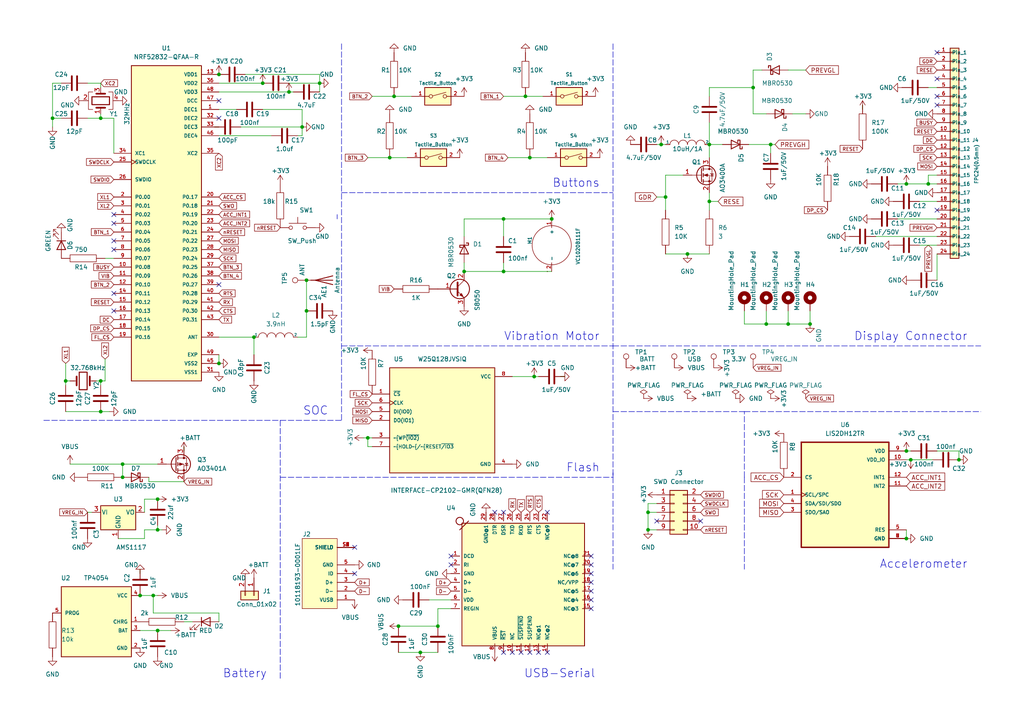
<source format=kicad_sch>
(kicad_sch (version 20211123) (generator eeschema)
  (paper "A4")
  (title_block (title "490 SmartWatch"))
  (lib_symbols
    (symbol "10118193-0001LF:10118193-0001LF" (pin_names (offset 1.016))
      (property "Reference" "J" (at -5.0817 10.9286 0))
      (property "Value" "10118193-0001LF" (at -5.0819 -12.7097 0))
      (symbol "10118193-0001LF_0_0"
        (pin passive line (at -10.16 7.62 0) (length 5.08) (name "VUSB") (number "1"))
        (pin passive line (at -10.16 5.08 0) (length 5.08) (name "D-") (number "2"))
        (pin passive line (at -10.16 2.54 0) (length 5.08) (name "D+") (number "3"))
        (pin passive line (at -10.16 0 0) (length 5.08) (name "ID") (number "4"))
        (pin passive line (at -10.16 -2.54 0) (length 5.08) (name "GND") (number "5"))
        (pin passive line (at -10.16 -7.62 0) (length 5.08) (name "SHIELD") (number "S1"))
        (pin passive line (at -10.16 -7.62 0) (length 5.08) (name "SHIELD") (number "S2"))
        (pin passive line (at -10.16 -7.62 0) (length 5.08) (name "SHIELD") (number "S3"))
        (pin passive line (at -10.16 -7.62 0) (length 5.08) (name "SHIELD") (number "S4"))
        (pin passive line (at -10.16 -7.62 0) (length 5.08) (name "SHIELD") (number "S5"))
        (pin passive line (at -10.16 -7.62 0) (length 5.08) (name "SHIELD") (number "S6"))
      )
    )
    (symbol "490Symbols:Tactile_Button"
      (property "Reference" "S" (at -3.81 3.81 0))
      (property "Value" "Tactile_Button" (at 1.27 -3.81 0))
      (symbol "Tactile_Button_1_1"
        (pin input line (at -7.62 0 0) (length 5.08) (name "~") (number "1"))
        (pin input line (at 7.62 0 180) (length 5.08) (name "~") (number "2"))
      )
    )
    (symbol "Connector:TestPoint" (pin_numbers hide) (pin_names (offset 0.762) hide)
      (property "Reference" "TP" (at 0 6.858 0))
      (property "Value" "TestPoint" (at 0 5.08 0))
      (symbol "TestPoint_1_1"
        (pin passive line (at 0 0 90) (length 2.54) (name "1") (number "1"))
      )
    )
    (symbol "Connector_Generic:Conn_01x02" (pin_names (offset 1.016) hide)
      (property "Reference" "J" (at 0 2.54 0))
      (property "Value" "Conn_01x02" (at 0 -5.08 0))
      (symbol "Conn_01x02_1_1"
        (pin passive line (at -5.08 0 0) (length 3.81) (name "Pin_1") (number "1"))
        (pin passive line (at -5.08 -2.54 0) (length 3.81) (name "Pin_2") (number "2"))
      )
    )
    (symbol "Connector_Generic:Conn_02x05_Odd_Even" (pin_names (offset 1.016) hide)
      (property "Reference" "J" (at 1.27 7.62 0))
      (property "Value" "Conn_02x05_Odd_Even" (at 1.27 -7.62 0))
      (symbol "Conn_02x05_Odd_Even_1_1"
        (pin passive line (at -5.08 5.08 0) (length 3.81) (name "Pin_1") (number "1"))
        (pin passive line (at 7.62 -5.08 180) (length 3.81) (name "Pin_10") (number "10"))
        (pin passive line (at 7.62 5.08 180) (length 3.81) (name "Pin_2") (number "2"))
        (pin passive line (at -5.08 2.54 0) (length 3.81) (name "Pin_3") (number "3"))
        (pin passive line (at 7.62 2.54 180) (length 3.81) (name "Pin_4") (number "4"))
        (pin passive line (at -5.08 0 0) (length 3.81) (name "Pin_5") (number "5"))
        (pin passive line (at 7.62 0 180) (length 3.81) (name "Pin_6") (number "6"))
        (pin passive line (at -5.08 -2.54 0) (length 3.81) (name "Pin_7") (number "7"))
        (pin passive line (at 7.62 -2.54 180) (length 3.81) (name "Pin_8") (number "8"))
        (pin passive line (at -5.08 -5.08 0) (length 3.81) (name "Pin_9") (number "9"))
      )
    )
    (symbol "Device:Antenna" (pin_numbers hide) (pin_names (offset 1.016) hide)
      (property "Reference" "AE" (at -1.905 1.905 0))
      (property "Value" "Antenna" (at -1.905 0 0))
      (symbol "Antenna_1_1"
        (pin input line (at 0 -5.08 90) (length 2.54) (name "A") (number "1"))
      )
    )
    (symbol "Device:C" (pin_numbers hide) (pin_names (offset 0.254))
      (property "Reference" "C" (at 0.635 2.54 0))
      (property "Value" "C" (at 0.635 -2.54 0))
      (symbol "C_1_1"
        (pin passive line (at 0 3.81 270) (length 2.794) (name "~") (number "1"))
        (pin passive line (at 0 -3.81 90) (length 2.794) (name "~") (number "2"))
      )
    )
    (symbol "Device:Crystal" (pin_numbers hide) (pin_names (offset 1.016) hide)
      (property "Reference" "Y" (at 0 3.81 0))
      (property "Value" "Crystal" (at 0 -3.81 0))
      (symbol "Crystal_1_1"
        (pin passive line (at -3.81 0 0) (length 1.27) (name "1") (number "1"))
        (pin passive line (at 3.81 0 180) (length 1.27) (name "2") (number "2"))
      )
    )
    (symbol "Device:Crystal_GND24" (pin_names (offset 1.016) hide)
      (property "Reference" "Y" (at 3.175 5.08 0))
      (property "Value" "Crystal_GND24" (at 3.175 3.175 0))
      (symbol "Crystal_GND24_1_1"
        (pin passive line (at -3.81 0 0) (length 1.27) (name "1") (number "1"))
        (pin passive line (at 0 5.08 270) (length 1.27) (name "2") (number "2"))
        (pin passive line (at 3.81 0 180) (length 1.27) (name "3") (number "3"))
        (pin passive line (at 0 -5.08 90) (length 1.27) (name "4") (number "4"))
      )
    )
    (symbol "Device:LED" (pin_numbers hide) (pin_names (offset 1.016) hide)
      (property "Reference" "D" (at 0 2.54 0))
      (property "Value" "LED" (at 0 -2.54 0))
      (symbol "LED_1_1"
        (pin passive line (at -3.81 0 0) (length 2.54) (name "K") (number "1"))
        (pin passive line (at 3.81 0 180) (length 2.54) (name "A") (number "2"))
      )
    )
    (symbol "Device:Q_NPN_BCE" (pin_names (offset 0) hide)
      (property "Reference" "Q" (at 5.08 1.27 0))
      (property "Value" "Q_NPN_BCE" (at 5.08 -1.27 0))
      (symbol "Q_NPN_BCE_1_1"
        (pin input line (at -5.08 0 0) (length 5.715) (name "B") (number "1"))
        (pin passive line (at 2.54 5.08 270) (length 2.54) (name "C") (number "2"))
        (pin passive line (at 2.54 -5.08 90) (length 2.54) (name "E") (number "3"))
      )
    )
    (symbol "Diode:MBR0520" (pin_numbers hide) (pin_names (offset 1.016) hide)
      (property "Reference" "D" (at 0 2.54 0))
      (property "Value" "MBR0520" (at 0 -2.54 0))
      (symbol "MBR0520_1_1"
        (pin passive line (at -3.81 0 0) (length 2.54) (name "K") (number "1"))
        (pin passive line (at 3.81 0 180) (length 2.54) (name "A") (number "2"))
      )
    )
    (symbol "Diode:MBR0530" (pin_numbers hide) (pin_names (offset 1.016) hide)
      (property "Reference" "D" (at 0 2.54 0))
      (property "Value" "MBR0530" (at 0 -2.54 0))
      (symbol "MBR0530_1_1"
        (pin passive line (at -3.81 0 0) (length 2.54) (name "K") (number "1"))
        (pin passive line (at 3.81 0 180) (length 2.54) (name "A") (number "2"))
      )
    )
    (symbol "FPC24(0.5mm)_1"
      (property "Reference" "CN" (at 0 31.75 0))
      (property "Value" "FPC24(0.5mm)_1" (at 12.7 3.81 0))
      (symbol "FPC24(0.5mm)_1_1_1"
        (pin passive line (at -5.08 29.21 0) (length 3.81) (name "Pin_1") (number "1"))
        (pin passive line (at -5.08 6.35 0) (length 3.81) (name "Pin_10") (number "10"))
        (pin passive line (at -5.08 3.81 0) (length 3.81) (name "Pin_11") (number "11"))
        (pin passive line (at -5.08 1.27 0) (length 3.81) (name "Pin_12") (number "12"))
        (pin passive line (at -5.08 -1.27 0) (length 3.81) (name "Pin_13") (number "13"))
        (pin passive line (at -5.08 -3.81 0) (length 3.81) (name "Pin_14") (number "14"))
        (pin passive line (at -5.08 -6.35 0) (length 3.81) (name "Pin_15") (number "15"))
        (pin passive line (at -5.08 -8.89 0) (length 3.81) (name "Pin_16") (number "16"))
        (pin passive line (at -5.08 -11.43 0) (length 3.81) (name "Pin_17") (number "17"))
        (pin passive line (at -5.08 -13.97 0) (length 3.81) (name "Pin_18") (number "18"))
        (pin passive line (at -5.08 -16.51 0) (length 3.81) (name "Pin_19") (number "19"))
        (pin passive line (at -5.08 26.67 0) (length 3.81) (name "Pin_2") (number "2"))
        (pin passive line (at -5.08 -19.05 0) (length 3.81) (name "Pin_20") (number "20"))
        (pin passive line (at -5.08 -21.59 0) (length 3.81) (name "Pin_21") (number "21"))
        (pin passive line (at -5.08 -24.13 0) (length 3.81) (name "Pin_22") (number "22"))
        (pin passive line (at -5.08 -26.67 0) (length 3.81) (name "Pin_23") (number "23"))
        (pin passive line (at -5.08 -29.21 0) (length 3.81) (name "Pin_24") (number "24"))
        (pin passive line (at -5.08 24.13 0) (length 3.81) (name "Pin_3") (number "3"))
        (pin passive line (at -5.08 21.59 0) (length 3.81) (name "Pin_4") (number "4"))
        (pin passive line (at -5.08 19.05 0) (length 3.81) (name "Pin_5") (number "5"))
        (pin passive line (at -5.08 16.51 0) (length 3.81) (name "Pin_6") (number "6"))
        (pin passive line (at -5.08 13.97 0) (length 3.81) (name "Pin_7") (number "7"))
        (pin passive line (at -5.08 11.43 0) (length 3.81) (name "Pin_8") (number "8"))
        (pin passive line (at -5.08 8.89 0) (length 3.81) (name "Pin_9") (number "9"))
      )
    )
    (symbol "INTERFACE-CP2102-GMR_QFN28_:INTERFACE-CP2102-GMR(QFN28)" (pin_names (offset 1.016))
      (property "Reference" "U" (at -17.8087 20.3528 0))
      (property "Value" "INTERFACE-CP2102-GMR(QFN28)" (at -17.7978 -17.7978 0))
      (symbol "INTERFACE-CP2102-GMR(QFN28)_0_0"
        (pin bidirectional line (at -20.32 7.62 0) (length 2.54) (name "DCD") (number "1"))
        (pin bidirectional line (at -2.54 -20.32 90) (length 2.54) (name "NC") (number "10"))
        (pin bidirectional line (at 0 -20.32 90) (length 2.54) (name "~{SUSPEND}") (number "11"))
        (pin bidirectional line (at 2.54 -20.32 90) (length 2.54) (name "SUSPEND") (number "12"))
        (pin bidirectional line (at 5.08 -20.32 90) (length 2.54) (name "NC@1") (number "13"))
        (pin bidirectional line (at 7.62 -20.32 90) (length 2.54) (name "NC@2") (number "14"))
        (pin bidirectional line (at 20.32 -7.62 180) (length 2.54) (name "NC@3") (number "15"))
        (pin bidirectional line (at 20.32 -5.08 180) (length 2.54) (name "NC@4") (number "16"))
        (pin bidirectional line (at 20.32 -2.54 180) (length 2.54) (name "NC@5") (number "17"))
        (pin bidirectional line (at 20.32 0 180) (length 2.54) (name "NC/VPP") (number "18"))
        (pin bidirectional line (at 20.32 2.54 180) (length 2.54) (name "NC@6") (number "19"))
        (pin bidirectional line (at -20.32 5.08 0) (length 2.54) (name "RI") (number "2"))
        (pin bidirectional line (at 20.32 5.08 180) (length 2.54) (name "NC@7") (number "20"))
        (pin bidirectional line (at 20.32 7.62 180) (length 2.54) (name "NC@8") (number "21"))
        (pin bidirectional line (at 7.62 20.32 270) (length 2.54) (name "NC@9") (number "22"))
        (pin bidirectional line (at 5.08 20.32 270) (length 2.54) (name "CTS") (number "23"))
        (pin bidirectional line (at 2.54 20.32 270) (length 2.54) (name "RTS") (number "24"))
        (pin bidirectional line (at 0 20.32 270) (length 2.54) (name "RXD") (number "25"))
        (pin bidirectional line (at -2.54 20.32 270) (length 2.54) (name "TXD") (number "26"))
        (pin bidirectional line (at -5.08 20.32 270) (length 2.54) (name "DSR") (number "27"))
        (pin bidirectional line (at -7.62 20.32 270) (length 2.54) (name "DTR") (number "28"))
        (pin bidirectional line (at -10.16 20.32 270) (length 2.54) (name "GND@1") (number "29"))
        (pin bidirectional line (at -20.32 2.54 0) (length 2.54) (name "GND") (number "3"))
        (pin bidirectional line (at -20.32 0 0) (length 2.54) (name "D+") (number "4"))
        (pin bidirectional line (at -20.32 -2.54 0) (length 2.54) (name "D-") (number "5"))
        (pin bidirectional line (at -20.32 -5.08 0) (length 2.54) (name "VDD") (number "6"))
        (pin bidirectional line (at -20.32 -7.62 0) (length 2.54) (name "REGIN") (number "7"))
        (pin bidirectional line (at -7.62 -20.32 90) (length 2.54) (name "VBUS") (number "8"))
        (pin bidirectional line (at -5.08 -20.32 90) (length 2.54) (name "~{RST}") (number "9"))
      )
    )
    (symbol "LIS2DH12TR:LIS2DH12TR" (pin_names (offset 1.016))
      (property "Reference" "U" (at -12.7489 15.2986 0))
      (property "Value" "LIS2DH12TR" (at -12.7525 -17.8537 0))
      (symbol "LIS2DH12TR_0_0"
        (pin bidirectional clock (at -17.78 0 0) (length 5.08) (name "SCL/SPC") (number "1"))
        (pin power_in line (at 17.78 10.16 180) (length 5.08) (name "VDD_IO") (number "10"))
        (pin output line (at 17.78 2.54 180) (length 5.08) (name "INT2") (number "11"))
        (pin output line (at 17.78 5.08 180) (length 5.08) (name "INT1") (number "12"))
        (pin input line (at -17.78 5.08 0) (length 5.08) (name "CS") (number "2"))
        (pin bidirectional line (at -17.78 -5.08 0) (length 5.08) (name "SDO/SAO") (number "3"))
        (pin bidirectional line (at -17.78 -2.54 0) (length 5.08) (name "SDA/SDI/SDO") (number "4"))
        (pin power_in line (at 17.78 -10.16 180) (length 5.08) (name "RES") (number "5"))
        (pin power_in line (at 17.78 -12.7 180) (length 5.08) (name "GND") (number "6"))
        (pin power_in line (at 17.78 -12.7 180) (length 5.08) (name "GND") (number "7"))
        (pin power_in line (at 17.78 -12.7 180) (length 5.08) (name "GND") (number "8"))
        (pin power_in line (at 17.78 12.7 180) (length 5.08) (name "VDD") (number "9"))
      )
    )
    (symbol "Mechanical:MountingHole_Pad" (pin_numbers hide) (pin_names (offset 1.016) hide)
      (property "Reference" "H" (at 0 6.35 0))
      (property "Value" "MountingHole_Pad" (at 0 4.445 0))
      (symbol "MountingHole_Pad_1_1"
        (pin input line (at 0 -2.54 90) (length 2.54) (name "1") (number "1"))
      )
    )
    (symbol "NRF52832-QFAA-R:NRF52832-QFAA-R" (pin_names (offset 1.016))
      (property "Reference" "U" (at -10.1781 45.8016 0))
      (property "Value" "NRF52832-QFAA-R" (at -10.1614 -48.2665 0))
      (symbol "NRF52832-QFAA-R_0_0"
        (pin power_in line (at 15.24 33.02 180) (length 5.08) (name "DEC1") (number "1"))
        (pin bidirectional line (at -15.24 -12.7 0) (length 5.08) (name "P0.08") (number "10"))
        (pin bidirectional line (at -15.24 -15.24 0) (length 5.08) (name "P0.09") (number "11"))
        (pin bidirectional line (at -15.24 -17.78 0) (length 5.08) (name "P0.10") (number "12"))
        (pin power_in line (at 15.24 43.18 180) (length 5.08) (name "VDD1") (number "13"))
        (pin bidirectional line (at -15.24 -20.32 0) (length 5.08) (name "P0.11") (number "14"))
        (pin bidirectional line (at -15.24 -22.86 0) (length 5.08) (name "P0.12") (number "15"))
        (pin bidirectional line (at -15.24 -25.4 0) (length 5.08) (name "P0.13") (number "16"))
        (pin bidirectional line (at -15.24 -27.94 0) (length 5.08) (name "P0.14") (number "17"))
        (pin bidirectional line (at -15.24 -30.48 0) (length 5.08) (name "P0.15") (number "18"))
        (pin bidirectional line (at -15.24 -33.02 0) (length 5.08) (name "P0.16") (number "19"))
        (pin bidirectional line (at -15.24 7.62 0) (length 5.08) (name "P0.00") (number "2"))
        (pin bidirectional line (at 15.24 7.62 180) (length 5.08) (name "P0.17") (number "20"))
        (pin bidirectional line (at 15.24 5.08 180) (length 5.08) (name "P0.18") (number "21"))
        (pin bidirectional line (at 15.24 2.54 180) (length 5.08) (name "P0.19") (number "22"))
        (pin bidirectional line (at 15.24 0 180) (length 5.08) (name "P0.20") (number "23"))
        (pin bidirectional line (at 15.24 -2.54 180) (length 5.08) (name "P0.21") (number "24"))
        (pin input clock (at -15.24 17.78 0) (length 5.08) (name "SWDCLK") (number "25"))
        (pin bidirectional line (at -15.24 12.7 0) (length 5.08) (name "SWDIO") (number "26"))
        (pin bidirectional line (at 15.24 -5.08 180) (length 5.08) (name "P0.22") (number "27"))
        (pin bidirectional line (at 15.24 -7.62 180) (length 5.08) (name "P0.23") (number "28"))
        (pin bidirectional line (at 15.24 -10.16 180) (length 5.08) (name "P0.24") (number "29"))
        (pin bidirectional line (at -15.24 5.08 0) (length 5.08) (name "P0.01") (number "3"))
        (pin passive line (at 15.24 -33.02 180) (length 5.08) (name "ANT") (number "30"))
        (pin power_in line (at 15.24 -43.18 180) (length 5.08) (name "VSS1") (number "31"))
        (pin power_in line (at 15.24 30.48 180) (length 5.08) (name "DEC2") (number "32"))
        (pin power_in line (at 15.24 27.94 180) (length 5.08) (name "DEC3") (number "33"))
        (pin input line (at -15.24 20.32 0) (length 5.08) (name "XC1") (number "34"))
        (pin output line (at 15.24 20.32 180) (length 5.08) (name "XC2") (number "35"))
        (pin power_in line (at 15.24 40.64 180) (length 5.08) (name "VDD2") (number "36"))
        (pin bidirectional line (at 15.24 -12.7 180) (length 5.08) (name "P0.25") (number "37"))
        (pin bidirectional line (at 15.24 -15.24 180) (length 5.08) (name "P0.26") (number "38"))
        (pin bidirectional line (at 15.24 -17.78 180) (length 5.08) (name "P0.27") (number "39"))
        (pin bidirectional line (at -15.24 2.54 0) (length 5.08) (name "P0.02") (number "4"))
        (pin bidirectional line (at 15.24 -20.32 180) (length 5.08) (name "P0.28") (number "40"))
        (pin bidirectional line (at 15.24 -22.86 180) (length 5.08) (name "P0.29") (number "41"))
        (pin bidirectional line (at 15.24 -25.4 180) (length 5.08) (name "P0.30") (number "42"))
        (pin bidirectional line (at 15.24 -27.94 180) (length 5.08) (name "P0.31") (number "43"))
        (pin power_in line (at 15.24 -40.64 180) (length 5.08) (name "VSS2") (number "45"))
        (pin power_in line (at 15.24 25.4 180) (length 5.08) (name "DEC4") (number "46"))
        (pin power_in line (at 15.24 35.56 180) (length 5.08) (name "DCC") (number "47"))
        (pin power_in line (at 15.24 38.1 180) (length 5.08) (name "VDD3") (number "48"))
        (pin power_in line (at 15.24 -38.1 180) (length 5.08) (name "EXP") (number "49"))
        (pin bidirectional line (at -15.24 0 0) (length 5.08) (name "P0.03") (number "5"))
        (pin bidirectional line (at -15.24 -2.54 0) (length 5.08) (name "P0.04") (number "6"))
        (pin bidirectional line (at -15.24 -5.08 0) (length 5.08) (name "P0.05") (number "7"))
        (pin bidirectional line (at -15.24 -7.62 0) (length 5.08) (name "P0.06") (number "8"))
        (pin bidirectional line (at -15.24 -10.16 0) (length 5.08) (name "P0.07") (number "9"))
      )
    )
    (symbol "Regulator_Linear:LD1117S33TR_SOT223" (pin_names (offset 0.254))
      (property "Reference" "U" (at -3.81 3.175 0))
      (property "Value" "LD1117S33TR_SOT223" (at 0 3.175 0))
      (symbol "LD1117S33TR_SOT223_1_1"
        (pin power_in line (at 0 -7.62 90) (length 2.54) (name "GND") (number "1"))
        (pin power_out line (at 7.62 0 180) (length 2.54) (name "VO") (number "2"))
        (pin power_in line (at -7.62 0 0) (length 2.54) (name "VI") (number "3"))
      )
    )
    (symbol "STC4054GR:STC4054GR" (pin_names (offset 1.016))
      (property "Reference" "U" (at -10.175 10.175 0))
      (property "Value" "STC4054GR" (at -10.17 -12.7124 0))
      (symbol "STC4054GR_0_0"
        (pin output line (at 12.7 0 180) (length 2.54) (name "CHRG") (number "1"))
        (pin power_in line (at 12.7 -7.62 180) (length 2.54) (name "GND") (number "2"))
        (pin output line (at 12.7 -2.54 180) (length 2.54) (name "BAT") (number "3"))
        (pin power_in line (at 12.7 7.62 180) (length 2.54) (name "VCC") (number "4"))
        (pin input line (at -12.7 2.54 0) (length 2.54) (name "PROG") (number "5"))
      )
    )
    (symbol "Switch:SW_Push" (pin_numbers hide) (pin_names (offset 1.016) hide)
      (property "Reference" "SW" (at 1.27 2.54 0))
      (property "Value" "SW_Push" (at 0 -1.524 0))
      (symbol "SW_Push_0_1"
        (pin passive line (at -5.08 0 0) (length 2.54) (name "1") (number "1"))
        (pin passive line (at 5.08 0 180) (length 2.54) (name "2") (number "2"))
      )
    )
    (symbol "Transistor_FET:AO3400A" (pin_names hide)
      (property "Reference" "Q" (at 5.08 1.905 0))
      (property "Value" "AO3400A" (at 5.08 0 0))
      (symbol "AO3400A_1_1"
        (pin input line (at -5.08 0 0) (length 2.54) (name "G") (number "1"))
        (pin passive line (at 2.54 -5.08 90) (length 2.54) (name "S") (number "2"))
        (pin passive line (at 2.54 5.08 270) (length 2.54) (name "D") (number "3"))
      )
    )
    (symbol "Transistor_FET:FDN340P" (pin_names hide)
      (property "Reference" "Q" (at 5.08 1.905 0))
      (property "Value" "FDN340P" (at 5.08 0 0))
      (symbol "FDN340P_1_1"
        (pin input line (at -5.08 0 0) (length 2.54) (name "G") (number "1"))
        (pin passive line (at 2.54 -5.08 90) (length 2.54) (name "S") (number "2"))
        (pin passive line (at 2.54 5.08 270) (length 2.54) (name "D") (number "3"))
      )
    )
    (symbol "VC1020B111F_1"
      (property "Reference" "M" (at -2.54 6.35 0))
      (property "Value" "VC1020B111F_1" (at 0 -7.62 0))
      (symbol "VC1020B111F_1_1_1"
        (pin input line (at -7.62 0 0) (length 2.54) (name "+") (number "1"))
        (pin input line (at 7.62 0 180) (length 2.54) (name "-") (number "2"))
      )
    )
    (symbol "W25Q128JVSIM_TR:W25Q128JVSIM_TR" (pin_names (offset 1.016))
      (property "Reference" "U" (at -15.24 15.748 0))
      (property "Value" "W25Q128JVSIM_TR" (at -15.24 -17.78 0))
      (symbol "W25Q128JVSIM_TR_0_0"
        (pin input line (at -20.32 7.62 0) (length 5.08) (name "~{CS}") (number "1"))
        (pin bidirectional line (at -20.32 0 0) (length 5.08) (name "DO(IO1)") (number "2"))
        (pin bidirectional line (at -20.32 -5.08 0) (length 5.08) (name "~{WP~{(IO2)}") (number "3"))
        (pin power_in line (at 20.32 -12.7 180) (length 5.08) (name "GND") (number "4"))
        (pin bidirectional line (at -20.32 2.54 0) (length 5.08) (name "DI(IO0)") (number "5"))
        (pin input clock (at -20.32 5.08 0) (length 5.08) (name "CLK") (number "6"))
        (pin bidirectional line (at -20.32 -7.62 0) (length 5.08) (name "~{HOLD~{/~{RESET~{/IO3}") (number "7"))
        (pin power_in line (at 20.32 12.7 180) (length 5.08) (name "VCC") (number "8"))
      )
    )
    (symbol "power:+3V3" (power) (pin_names (offset 0))
      (property "Value" "+3V3" (at 0 3.556 0))
      (symbol "+3V3_1_1"
        (pin power_in line (at 0 0 90) (length 0) hide (name "+3V3") (number "1"))
      )
    )
    (symbol "power:+BATT" (power) (pin_names (offset 0))
      (property "Value" "+BATT" (at 0 3.556 0))
      (symbol "+BATT_1_1"
        (pin power_in line (at 0 0 90) (length 0) hide (name "+BATT") (number "1"))
      )
    )
    (symbol "power:GND" (power) (pin_names (offset 0))
      (property "Value" "GND" (at 0 -3.81 0))
      (symbol "GND_1_1"
        (pin power_in line (at 0 0 270) (length 0) hide (name "GND") (number "1"))
      )
    )
    (symbol "power:PWR_FLAG" (power) (pin_numbers hide) (pin_names (offset 0) hide)
      (property "Value" "PWR_FLAG" (at 0 3.81 0))
      (symbol "PWR_FLAG_0_0"
        (pin power_out line (at 0 0 90) (length 0) (name "pwr") (number "1"))
      )
    )
    (symbol "power:VBUS" (power) (pin_names (offset 0))
      (property "Value" "VBUS" (at 0 3.81 0))
      (symbol "VBUS_1_1"
        (pin power_in line (at 0 0 90) (length 0) hide (name "VBUS") (number "1"))
      )
    )
    (symbol "pspice:INDUCTOR" (pin_numbers hide) (pin_names (offset 0))
      (property "Reference" "L" (at 0 2.54 0))
      (property "Value" "INDUCTOR" (at 0 -1.27 0))
      (symbol "INDUCTOR_1_1"
        (pin input line (at -6.35 0 0) (length 1.27) (name "1") (number "1"))
        (pin input line (at 6.35 0 180) (length 1.27) (name "2") (number "2"))
      )
    )
    (symbol "pspice:R" (pin_numbers hide) (pin_names (offset 0))
      (property "Reference" "R" (at 2.032 0 90))
      (property "Value" "R" (at 0 0 90))
      (symbol "R_1_1"
        (pin passive line (at 0 6.35 270) (length 2.54) (name "~") (number "1"))
        (pin passive line (at 0 -6.35 90) (length 2.54) (name "~") (number "2"))
      )
    )
  )
  (junction (at 63.5 105.41))
  (junction (at 205.74 58.42))
  (junction (at 264.16 133.35))
  (junction (at 44.45 172.72))
  (junction (at 88.9 81.28))
  (junction (at 40.64 172.72))
  (junction (at 45.72 182.88))
  (junction (at 35.56 134.62))
  (junction (at 193.04 57.15))
  (junction (at 35.56 138.43))
  (junction (at 88.9 90.17))
  (junction (at 187.96 153.67))
  (junction (at 218.44 25.4))
  (junction (at 146.05 63.5))
  (junction (at 87.63 36.83))
  (junction (at 121.92 189.23))
  (junction (at 146.05 78.74))
  (junction (at 199.39 73.66))
  (junction (at 83.82 26.67))
  (junction (at 29.21 110.49))
  (junction (at 269.24 53.34))
  (junction (at 113.03 45.72))
  (junction (at 29.21 34.29))
  (junction (at 154.94 109.22))
  (junction (at 234.95 93.98))
  (junction (at 262.89 130.81))
  (junction (at 45.72 144.78))
  (junction (at 278.13 133.35))
  (junction (at 63.5 21.59))
  (junction (at 114.3 27.94))
  (junction (at 45.72 153.67))
  (junction (at 191.77 41.91))
  (junction (at 127 181.61))
  (junction (at 19.05 110.49))
  (junction (at 152.4 27.94))
  (junction (at 222.25 93.98))
  (junction (at 187.96 148.59))
  (junction (at 262.89 53.34))
  (junction (at 76.2 24.13))
  (junction (at 153.67 45.72))
  (junction (at 115.57 181.61))
  (junction (at 228.6 93.98))
  (junction (at 73.66 97.79))
  (junction (at 205.74 41.91))
  (junction (at 262.89 156.21))
  (junction (at 223.52 41.91))
  (junction (at 29.21 119.38))
  (junction (at 160.02 63.5))
  (junction (at 92.71 24.13))
  (junction (at 106.68 127))
  (junction (at 15.24 34.29))
  (junction (at 134.62 78.74))
  (no_connect (at 33.02 90.17))
  (no_connect (at 130.81 163.83))
  (no_connect (at 151.13 189.23))
  (no_connect (at 171.45 163.83))
  (no_connect (at 63.5 34.29))
  (no_connect (at 148.59 189.23))
  (no_connect (at 158.75 148.59))
  (no_connect (at 203.2 151.13))
  (no_connect (at 153.67 189.23))
  (no_connect (at 63.5 82.55))
  (no_connect (at 33.02 64.77))
  (no_connect (at 190.5 151.13))
  (no_connect (at 130.81 161.29))
  (no_connect (at 146.05 148.59))
  (no_connect (at 271.78 15.24))
  (no_connect (at 171.45 171.45))
  (no_connect (at 271.78 30.48))
  (no_connect (at 271.78 22.86))
  (no_connect (at 156.21 189.23))
  (no_connect (at 171.45 161.29))
  (no_connect (at 171.45 168.91))
  (no_connect (at 271.78 27.94))
  (no_connect (at 33.02 69.85))
  (no_connect (at 102.87 166.37))
  (no_connect (at 63.5 29.21))
  (no_connect (at 171.45 176.53))
  (no_connect (at 146.05 189.23))
  (no_connect (at 158.75 189.23))
  (no_connect (at 171.45 173.99))
  (no_connect (at 143.51 148.59))
  (no_connect (at 33.02 85.09))
  (no_connect (at 33.02 72.39))
  (no_connect (at 171.45 166.37))
  (no_connect (at 271.78 60.96))
  (no_connect (at 33.02 62.23))
  (no_connect (at 102.87 158.75))
  (wire (pts (xy 88.9 81.28) (xy 88.9 90.17)))
  (wire (pts (xy 134.62 76.2) (xy 134.62 78.74)))
  (wire (pts (xy 218.44 20.32) (xy 218.44 25.4)))
  (wire (pts (xy 127 176.53) (xy 127 181.61)))
  (wire (pts (xy 92.71 21.59) (xy 92.71 24.13)))
  (wire (pts (xy 106.68 45.72) (xy 113.03 45.72)))
  (wire (pts (xy 215.9 90.17) (xy 215.9 93.98)))
  (polyline (pts (xy 12.7 121.92) (xy 99.06 121.92)))
  (wire (pts (xy 29.21 34.29) (xy 33.02 34.29)))
  (wire (pts (xy 154.94 109.22) (xy 156.21 109.22)))
  (wire (pts (xy 41.91 144.78) (xy 45.72 144.78)))
  (wire (pts (xy 278.13 130.81) (xy 278.13 133.35)))
  (wire (pts (xy 191.77 41.91) (xy 190.5 41.91)))
  (wire (pts (xy 44.45 172.72) (xy 45.72 172.72)))
  (wire (pts (xy 25.4 34.29) (xy 29.21 34.29)))
  (wire (pts (xy 33.02 34.29) (xy 33.02 44.45)))
  (polyline (pts (xy 81.28 138.43) (xy 177.8 138.43)))
  (wire (pts (xy 271.78 73.66) (xy 271.78 81.28)))
  (wire (pts (xy 19.05 119.38) (xy 29.21 119.38)))
  (polyline (pts (xy 215.9 138.43) (xy 215.9 165.1)))
  (wire (pts (xy 271.78 50.8) (xy 269.24 50.8)))
  (wire (pts (xy 264.16 133.35) (xy 270.51 133.35)))
  (wire (pts (xy 45.72 182.88) (xy 40.64 182.88)))
  (wire (pts (xy 53.34 129.54) (xy 53.34 130.81)))
  (wire (pts (xy 53.34 180.34) (xy 55.88 180.34)))
  (wire (pts (xy 29.21 119.38) (xy 31.75 119.38)))
  (wire (pts (xy 234.95 90.17) (xy 234.95 93.98)))
  (wire (pts (xy 29.21 111.76) (xy 29.21 110.49)))
  (wire (pts (xy 63.5 102.87) (xy 63.5 105.41)))
  (polyline (pts (xy 97.79 62.23) (xy 97.79 63.5)))
  (wire (pts (xy 63.5 180.34) (xy 63.5 177.8)))
  (polyline (pts (xy 99.06 100.33) (xy 177.8 100.33)))
  (wire (pts (xy 63.5 36.83) (xy 62.23 36.83)))
  (wire (pts (xy 15.24 24.13) (xy 15.24 34.29)))
  (wire (pts (xy 63.5 39.37) (xy 78.74 39.37)))
  (wire (pts (xy 121.92 189.23) (xy 127 189.23)))
  (wire (pts (xy 83.82 26.67) (xy 85.09 26.67)))
  (wire (pts (xy 29.21 24.13) (xy 29.21 25.4)))
  (wire (pts (xy 205.74 55.88) (xy 205.74 58.42)))
  (wire (pts (xy 193.04 73.66) (xy 199.39 73.66)))
  (wire (pts (xy 87.63 39.37) (xy 86.36 39.37)))
  (wire (pts (xy 25.4 148.59) (xy 26.67 148.59)))
  (wire (pts (xy 254 68.58) (xy 271.78 68.58)))
  (wire (pts (xy 218.44 33.02) (xy 222.25 33.02)))
  (wire (pts (xy 15.24 34.29) (xy 17.78 34.29)))
  (wire (pts (xy 19.05 110.49) (xy 20.32 110.49)))
  (polyline (pts (xy 215.9 119.38) (xy 284.48 119.38)))
  (wire (pts (xy 19.05 105.41) (xy 19.05 110.49)))
  (wire (pts (xy 160.02 63.5) (xy 146.05 63.5)))
  (wire (pts (xy 63.5 97.79) (xy 73.66 97.79)))
  (wire (pts (xy 269.24 50.8) (xy 269.24 53.34)))
  (wire (pts (xy 229.87 33.02) (xy 233.68 33.02)))
  (wire (pts (xy 27.94 110.49) (xy 29.21 110.49)))
  (wire (pts (xy 218.44 25.4) (xy 218.44 33.02)))
  (wire (pts (xy 105.41 127) (xy 106.68 127)))
  (wire (pts (xy 45.72 153.67) (xy 41.91 153.67)))
  (wire (pts (xy 35.56 134.62) (xy 35.56 138.43)))
  (polyline (pts (xy 177.8 138.43) (xy 177.8 137.16)))
  (wire (pts (xy 40.64 172.72) (xy 44.45 172.72)))
  (wire (pts (xy 115.57 189.23) (xy 121.92 189.23)))
  (wire (pts (xy 88.9 97.79) (xy 88.9 90.17)))
  (wire (pts (xy 146.05 63.5) (xy 134.62 63.5)))
  (wire (pts (xy 19.05 111.76) (xy 19.05 110.49)))
  (wire (pts (xy 269.24 53.34) (xy 271.78 53.34)))
  (wire (pts (xy 106.68 127) (xy 107.95 127)))
  (wire (pts (xy 43.18 139.7) (xy 53.34 139.7)))
  (wire (pts (xy 228.6 93.98) (xy 234.95 93.98)))
  (wire (pts (xy 30.48 110.49) (xy 29.21 110.49)))
  (wire (pts (xy 223.52 41.91) (xy 224.79 41.91)))
  (wire (pts (xy 146.05 76.2) (xy 146.05 78.74)))
  (wire (pts (xy 113.03 45.72) (xy 118.11 45.72)))
  (wire (pts (xy 147.32 45.72) (xy 153.67 45.72)))
  (wire (pts (xy 205.74 35.56) (xy 205.74 41.91)))
  (wire (pts (xy 29.21 34.29) (xy 29.21 33.02)))
  (wire (pts (xy 153.67 45.72) (xy 158.75 45.72)))
  (wire (pts (xy 83.82 26.67) (xy 63.5 26.67)))
  (wire (pts (xy 190.5 148.59) (xy 187.96 148.59)))
  (wire (pts (xy 34.29 156.21) (xy 41.91 156.21)))
  (wire (pts (xy 190.5 146.05) (xy 187.96 146.05)))
  (wire (pts (xy 205.74 58.42) (xy 208.28 58.42)))
  (wire (pts (xy 124.46 173.99) (xy 130.81 173.99)))
  (wire (pts (xy 152.4 27.94) (xy 157.48 27.94)))
  (wire (pts (xy 134.62 78.74) (xy 146.05 78.74)))
  (wire (pts (xy 44.45 177.8) (xy 63.5 177.8)))
  (wire (pts (xy 205.74 25.4) (xy 218.44 25.4)))
  (wire (pts (xy 205.74 27.94) (xy 205.74 25.4)))
  (wire (pts (xy 63.5 31.75) (xy 68.58 31.75)))
  (wire (pts (xy 20.32 134.62) (xy 35.56 134.62)))
  (wire (pts (xy 115.57 181.61) (xy 127 181.61)))
  (wire (pts (xy 46.99 153.67) (xy 45.72 153.67)))
  (wire (pts (xy 15.24 34.29) (xy 15.24 36.83)))
  (wire (pts (xy 222.25 90.17) (xy 222.25 93.98)))
  (wire (pts (xy 69.85 36.83) (xy 87.63 36.83)))
  (wire (pts (xy 63.5 24.13) (xy 76.2 24.13)))
  (wire (pts (xy 17.78 24.13) (xy 15.24 24.13)))
  (polyline (pts (xy 177.8 12.7) (xy 177.8 165.1)))
  (wire (pts (xy 146.05 63.5) (xy 146.05 68.58)))
  (wire (pts (xy 76.2 31.75) (xy 87.63 31.75)))
  (wire (pts (xy 218.44 20.32) (xy 220.98 20.32)))
  (wire (pts (xy 199.39 73.66) (xy 205.74 73.66)))
  (wire (pts (xy 205.74 41.91) (xy 205.74 45.72)))
  (wire (pts (xy 271.78 63.5) (xy 260.35 63.5)))
  (wire (pts (xy 45.72 153.67) (xy 45.72 152.4)))
  (wire (pts (xy 222.25 93.98) (xy 228.6 93.98)))
  (wire (pts (xy 146.05 27.94) (xy 152.4 27.94)))
  (wire (pts (xy 228.6 90.17) (xy 228.6 93.98)))
  (wire (pts (xy 25.4 24.13) (xy 29.21 24.13)))
  (wire (pts (xy 193.04 57.15) (xy 193.04 50.8)))
  (wire (pts (xy 41.91 148.59) (xy 41.91 144.78)))
  (wire (pts (xy 266.7 58.42) (xy 271.78 58.42)))
  (wire (pts (xy 134.62 63.5) (xy 134.62 68.58)))
  (wire (pts (xy 107.95 27.94) (xy 114.3 27.94)))
  (wire (pts (xy 217.17 41.91) (xy 223.52 41.91)))
  (wire (pts (xy 269.24 25.4) (xy 271.78 25.4)))
  (wire (pts (xy 223.52 41.91) (xy 223.52 44.45)))
  (wire (pts (xy 148.59 109.22) (xy 154.94 109.22)))
  (wire (pts (xy 87.63 31.75) (xy 87.63 36.83)))
  (wire (pts (xy 260.35 53.34) (xy 262.89 53.34)))
  (wire (pts (xy 271.78 130.81) (xy 278.13 130.81)))
  (wire (pts (xy 193.04 50.8) (xy 198.12 50.8)))
  (wire (pts (xy 187.96 153.67) (xy 190.5 153.67)))
  (polyline (pts (xy 215.9 138.43) (xy 215.9 119.38)))
  (wire (pts (xy 205.74 58.42) (xy 205.74 60.96)))
  (wire (pts (xy 49.53 182.88) (xy 45.72 182.88)))
  (wire (pts (xy 130.81 176.53) (xy 127 176.53)))
  (polyline (pts (xy 177.8 100.33) (xy 284.48 100.33)))
  (wire (pts (xy 262.89 53.34) (xy 269.24 53.34)))
  (wire (pts (xy 86.36 97.79) (xy 88.9 97.79)))
  (wire (pts (xy 71.12 21.59) (xy 92.71 21.59)))
  (wire (pts (xy 92.71 24.13) (xy 92.71 26.67)))
  (wire (pts (xy 73.66 97.79) (xy 73.66 102.87)))
  (wire (pts (xy 262.89 130.81) (xy 264.16 130.81)))
  (wire (pts (xy 146.05 78.74) (xy 160.02 78.74)))
  (wire (pts (xy 30.48 110.49) (xy 30.48 104.14)))
  (wire (pts (xy 250.19 31.75) (xy 250.19 30.48)))
  (wire (pts (xy 162.56 109.22) (xy 163.83 109.22)))
  (wire (pts (xy 262.89 153.67) (xy 262.89 156.21)))
  (wire (pts (xy 228.6 20.32) (xy 233.68 20.32)))
  (wire (pts (xy 193.04 41.91) (xy 191.77 41.91)))
  (wire (pts (xy 193.04 60.96) (xy 193.04 57.15)))
  (wire (pts (xy 262.89 133.35) (xy 264.16 133.35)))
  (wire (pts (xy 44.45 172.72) (xy 44.45 177.8)))
  (wire (pts (xy 83.82 24.13) (xy 92.71 24.13)))
  (wire (pts (xy 114.3 27.94) (xy 119.38 27.94)))
  (wire (pts (xy 107.95 129.54) (xy 106.68 129.54)))
  (wire (pts (xy 35.56 134.62) (xy 45.72 134.62)))
  (wire (pts (xy 43.18 138.43) (xy 43.18 139.7)))
  (wire (pts (xy 187.96 148.59) (xy 187.96 153.67)))
  (wire (pts (xy 190.5 57.15) (xy 193.04 57.15)))
  (wire (pts (xy 30.48 74.93) (xy 33.02 74.93)))
  (wire (pts (xy 205.74 41.91) (xy 209.55 41.91)))
  (wire (pts (xy 106.68 129.54) (xy 106.68 127)))
  (polyline (pts (xy 177.8 119.38) (xy 215.9 119.38)))
  (polyline (pts (xy 99.06 55.88) (xy 177.8 55.88)))
  (wire (pts (xy 187.96 146.05) (xy 187.96 148.59)))
  (wire (pts (xy 266.7 71.12) (xy 271.78 71.12)))
  (wire (pts (xy 40.64 166.37) (xy 40.64 165.1)))
  (polyline (pts (xy 99.06 12.7) (xy 99.06 121.92)))
  (wire (pts (xy 215.9 93.98) (xy 222.25 93.98)))
  (wire (pts (xy 41.91 156.21) (xy 41.91 153.67)))
  (polyline (pts (xy 81.28 121.92) (xy 81.28 196.85)))
  (wire (pts (xy 87.63 36.83) (xy 87.63 39.37)))
  (text "Accelerometer" (at 280.67 165.1 180) (effects (font (size 2.4 2.4)) (justify right bottom)))
  (text "Vibration Motor" (at 173.99 99.06 180) (effects (font (size 2.4 2.4)) (justify right bottom)))
  (text "Flash\n" (at 173.99 137.16 180) (effects (font (size 2.4 2.4)) (justify right bottom)))
  (text "USB-Serial" (at 172.72 196.85 180) (effects (font (size 2.4 2.4)) (justify right bottom)))
  (text "SOC" (at 95.25 120.65 180) (effects (font (size 2.4 2.4)) (justify right bottom)))
  (text "Buttons" (at 173.99 54.61 180) (effects (font (size 2.4 2.4)) (justify right bottom)))
  (text "Display Connector" (at 280.67 99.06 180) (effects (font (size 2.4 2.4)) (justify right bottom)))
  (text "Battery" (at 77.47 196.85 180) (effects (font (size 2.4 2.4)) (justify right bottom)))
  (global_label "SWDCLK" (shape input) (at 203.2 146.05 0) (effects (font (size 1.016 1.016))) (property "Intersheet References" "${INTERSHEET_REFS}" (effects hide)))
  (global_label "RTS" (shape input) (at 63.5 85.09 0) (effects (font (size 1.016 1.016))) (property "Intersheet References" "${INTERSHEET_REFS}" (effects hide)))
  (global_label "VREG_IN" (shape input) (at 233.68 115.57 0) (effects (font (size 1.016 1.016))) (property "Intersheet References" "${INTERSHEET_REFS}" (effects hide)))
  (global_label "D+" (shape input) (at 102.87 168.91 0) (effects (font (size 1.016 1.016))) (property "Intersheet References" "${INTERSHEET_REFS}" (effects hide)))
  (global_label "PREVGH" (shape input) (at 224.79 41.91 0) (property "Intersheet References" "${INTERSHEET_REFS}" (effects hide)))
  (global_label "XL1" (shape input) (at 19.05 105.41 90) (effects (font (size 1.016 1.016))) (property "Intersheet References" "${INTERSHEET_REFS}" (effects hide)))
  (global_label "DC" (shape input) (at 271.78 40.64 180) (effects (font (size 1.016 1.016))) (property "Intersheet References" "${INTERSHEET_REFS}" (effects hide)))
  (global_label "XL2" (shape input) (at 33.02 59.69 180) (effects (font (size 1.016 1.016))) (property "Intersheet References" "${INTERSHEET_REFS}" (effects hide)))
  (global_label "DP_CS" (shape input) (at 271.78 43.18 180) (effects (font (size 1.016 1.016))) (property "Intersheet References" "${INTERSHEET_REFS}" (effects hide)))
  (global_label "ACC_INT1" (shape input) (at 63.5 62.23 0) (effects (font (size 1.016 1.016))) (property "Intersheet References" "${INTERSHEET_REFS}" (effects hide)))
  (global_label "PREVGH" (shape input) (at 271.78 66.04 180) (effects (font (size 1.016 1.016))) (property "Intersheet References" "${INTERSHEET_REFS}" (effects hide)))
  (global_label "MISO" (shape input) (at 227.33 148.59 180) (property "Intersheet References" "${INTERSHEET_REFS}" (effects hide)))
  (global_label "MOSI" (shape input) (at 227.33 146.05 180) (property "Intersheet References" "${INTERSHEET_REFS}" (effects hide)))
  (global_label "SWO" (shape input) (at 63.5 59.69 0) (effects (font (size 1.016 1.016))) (property "Intersheet References" "${INTERSHEET_REFS}" (effects hide)))
  (global_label "BTN_4" (shape input) (at 63.5 80.01 0) (effects (font (size 1.016 1.016))) (property "Intersheet References" "${INTERSHEET_REFS}" (effects hide)))
  (global_label "XL2" (shape input) (at 30.48 104.14 90) (effects (font (size 1.016 1.016))) (property "Intersheet References" "${INTERSHEET_REFS}" (effects hide)))
  (global_label "TX" (shape input) (at 63.5 92.71 0) (effects (font (size 1.016 1.016))) (property "Intersheet References" "${INTERSHEET_REFS}" (effects hide)))
  (global_label "VIB" (shape input) (at 114.3 83.82 180) (effects (font (size 1.016 1.016))) (property "Intersheet References" "${INTERSHEET_REFS}" (effects hide)))
  (global_label "TX" (shape input) (at 151.13 148.59 90) (effects (font (size 1.016 1.016))) (property "Intersheet References" "${INTERSHEET_REFS}" (effects hide)))
  (global_label "BUSY" (shape input) (at 271.78 35.56 180) (effects (font (size 1.016 1.016))) (property "Intersheet References" "${INTERSHEET_REFS}" (effects hide)))
  (global_label "ACC_INT2" (shape input) (at 63.5 64.77 0) (effects (font (size 1.016 1.016))) (property "Intersheet References" "${INTERSHEET_REFS}" (effects hide)))
  (global_label "SWDIO" (shape input) (at 203.2 143.51 0) (effects (font (size 1.016 1.016))) (property "Intersheet References" "${INTERSHEET_REFS}" (effects hide)))
  (global_label "RESE" (shape input) (at 271.78 20.32 180) (effects (font (size 1.016 1.016))) (property "Intersheet References" "${INTERSHEET_REFS}" (effects hide)))
  (global_label "PREVGL" (shape input) (at 233.68 20.32 0) (property "Intersheet References" "${INTERSHEET_REFS}" (effects hide)))
  (global_label "BUSY" (shape input) (at 33.02 77.47 180) (effects (font (size 1.016 1.016))) (property "Intersheet References" "${INTERSHEET_REFS}" (effects hide)))
  (global_label "BTN_2" (shape input) (at 33.02 82.55 180) (effects (font (size 1.016 1.016))) (property "Intersheet References" "${INTERSHEET_REFS}" (effects hide)))
  (global_label "BTN_3" (shape input) (at 63.5 77.47 0) (effects (font (size 1.016 1.016))) (property "Intersheet References" "${INTERSHEET_REFS}" (effects hide)))
  (global_label "SCK" (shape input) (at 107.95 116.84 180) (effects (font (size 1.016 1.016))) (property "Intersheet References" "${INTERSHEET_REFS}" (effects hide)))
  (global_label "RX" (shape input) (at 63.5 87.63 0) (effects (font (size 1.016 1.016))) (property "Intersheet References" "${INTERSHEET_REFS}" (effects hide)))
  (global_label "RX" (shape input) (at 148.59 148.59 90) (effects (font (size 1.016 1.016))) (property "Intersheet References" "${INTERSHEET_REFS}" (effects hide)))
  (global_label "RTS" (shape input) (at 153.67 148.59 90) (effects (font (size 1.016 1.016))) (property "Intersheet References" "${INTERSHEET_REFS}" (effects hide)))
  (global_label "DP_CS" (shape input) (at 240.03 60.96 180) (effects (font (size 1.016 1.016))) (property "Intersheet References" "${INTERSHEET_REFS}" (effects hide)))
  (global_label "DP_CS" (shape input) (at 33.02 95.25 180) (effects (font (size 1.016 1.016))) (property "Intersheet References" "${INTERSHEET_REFS}" (effects hide)))
  (global_label "ACC_INT2" (shape input) (at 262.89 140.97 0) (property "Intersheet References" "${INTERSHEET_REFS}" (effects hide)))
  (global_label "BTN_2" (shape input) (at 107.95 27.94 180) (effects (font (size 1.016 1.016))) (property "Intersheet References" "${INTERSHEET_REFS}" (effects hide)))
  (global_label "SWDIO" (shape input) (at 33.02 52.07 180) (effects (font (size 1.016 1.016))) (property "Intersheet References" "${INTERSHEET_REFS}" (effects hide)))
  (global_label "XC2" (shape input) (at 63.5 44.45 270) (effects (font (size 1.016 1.016))) (property "Intersheet References" "${INTERSHEET_REFS}" (effects hide)))
  (global_label "PREVGL" (shape input) (at 269.24 71.12 270) (effects (font (size 1.016 1.016))) (property "Intersheet References" "${INTERSHEET_REFS}" (effects hide)))
  (global_label "SCK" (shape input) (at 63.5 74.93 0) (effects (font (size 1.016 1.016))) (property "Intersheet References" "${INTERSHEET_REFS}" (effects hide)))
  (global_label "D+" (shape input) (at 130.81 168.91 180) (effects (font (size 1.016 1.016))) (property "Intersheet References" "${INTERSHEET_REFS}" (effects hide)))
  (global_label "nRESET" (shape input) (at 63.5 67.31 0) (effects (font (size 1.016 1.016))) (property "Intersheet References" "${INTERSHEET_REFS}" (effects hide)))
  (global_label "RESET" (shape input) (at 271.78 38.1 180) (effects (font (size 1.016 1.016))) (property "Intersheet References" "${INTERSHEET_REFS}" (effects hide)))
  (global_label "DC" (shape input) (at 33.02 92.71 180) (effects (font (size 1.016 1.016))) (property "Intersheet References" "${INTERSHEET_REFS}" (effects hide)))
  (global_label "RESET" (shape input) (at 250.19 43.18 180) (effects (font (size 1.016 1.016))) (property "Intersheet References" "${INTERSHEET_REFS}" (effects hide)))
  (global_label "VIB" (shape input) (at 33.02 80.01 180) (effects (font (size 1.016 1.016))) (property "Intersheet References" "${INTERSHEET_REFS}" (effects hide)))
  (global_label "nRESET" (shape input) (at 81.28 66.04 180) (effects (font (size 1.016 1.016))) (property "Intersheet References" "${INTERSHEET_REFS}" (effects hide)))
  (global_label "GDR" (shape input) (at 271.78 17.78 180) (effects (font (size 1.016 1.016))) (property "Intersheet References" "${INTERSHEET_REFS}" (effects hide)))
  (global_label "MOSI" (shape input) (at 271.78 48.26 180) (effects (font (size 1.016 1.016))) (property "Intersheet References" "${INTERSHEET_REFS}" (effects hide)))
  (global_label "D-" (shape input) (at 130.81 171.45 180) (effects (font (size 1.016 1.016))) (property "Intersheet References" "${INTERSHEET_REFS}" (effects hide)))
  (global_label "ACC_CS" (shape input) (at 63.5 57.15 0) (effects (font (size 1.016 1.016))) (property "Intersheet References" "${INTERSHEET_REFS}" (effects hide)))
  (global_label "SWO" (shape input) (at 203.2 148.59 0) (effects (font (size 1.016 1.016))) (property "Intersheet References" "${INTERSHEET_REFS}" (effects hide)))
  (global_label "ACC_CS" (shape input) (at 227.33 138.43 180) (property "Intersheet References" "${INTERSHEET_REFS}" (effects hide)))
  (global_label "BTN_1" (shape input) (at 146.05 27.94 180) (effects (font (size 1.016 1.016))) (property "Intersheet References" "${INTERSHEET_REFS}" (effects hide)))
  (global_label "ACC_INT1" (shape input) (at 262.89 138.43 0) (property "Intersheet References" "${INTERSHEET_REFS}" (effects hide)))
  (global_label "GDR" (shape input) (at 190.5 57.15 180) (property "Intersheet References" "${INTERSHEET_REFS}" (effects hide)))
  (global_label "nRESET" (shape input) (at 203.2 153.67 0) (effects (font (size 1.016 1.016))) (property "Intersheet References" "${INTERSHEET_REFS}" (effects hide)))
  (global_label "RESET" (shape input) (at 33.02 87.63 180) (effects (font (size 1.016 1.016))) (property "Intersheet References" "${INTERSHEET_REFS}" (effects hide)))
  (global_label "RESE" (shape input) (at 208.28 58.42 0) (property "Intersheet References" "${INTERSHEET_REFS}" (effects hide)))
  (global_label "VREG_IN" (shape input) (at 25.4 148.59 180) (effects (font (size 1.016 1.016))) (property "Intersheet References" "${INTERSHEET_REFS}" (effects hide)))
  (global_label "MISO" (shape input) (at 107.95 121.92 180) (effects (font (size 1.016 1.016))) (property "Intersheet References" "${INTERSHEET_REFS}" (effects hide)))
  (global_label "XL1" (shape input) (at 33.02 57.15 180) (effects (font (size 1.016 1.016))) (property "Intersheet References" "${INTERSHEET_REFS}" (effects hide)))
  (global_label "SWDCLK" (shape input) (at 33.02 46.99 180) (effects (font (size 1.016 1.016))) (property "Intersheet References" "${INTERSHEET_REFS}" (effects hide)))
  (global_label "SCK" (shape input) (at 271.78 45.72 180) (effects (font (size 1.016 1.016))) (property "Intersheet References" "${INTERSHEET_REFS}" (effects hide)))
  (global_label "BTN_3" (shape input) (at 106.68 45.72 180) (effects (font (size 1.016 1.016))) (property "Intersheet References" "${INTERSHEET_REFS}" (effects hide)))
  (global_label "D-" (shape input) (at 102.87 171.45 0) (effects (font (size 1.016 1.016))) (property "Intersheet References" "${INTERSHEET_REFS}" (effects hide)))
  (global_label "XC2" (shape input) (at 29.21 24.13 0) (effects (font (size 1.016 1.016))) (property "Intersheet References" "${INTERSHEET_REFS}" (effects hide)))
  (global_label "FL_CS" (shape input) (at 107.95 114.3 180) (effects (font (size 1.016 1.016))) (property "Intersheet References" "${INTERSHEET_REFS}" (effects hide)))
  (global_label "CTS" (shape input) (at 63.5 90.17 0) (effects (font (size 1.016 1.016))) (property "Intersheet References" "${INTERSHEET_REFS}" (effects hide)))
  (global_label "MISO" (shape input) (at 63.5 72.39 0) (effects (font (size 1.016 1.016))) (property "Intersheet References" "${INTERSHEET_REFS}" (effects hide)))
  (global_label "MOSI" (shape input) (at 107.95 119.38 180) (effects (font (size 1.016 1.016))) (property "Intersheet References" "${INTERSHEET_REFS}" (effects hide)))
  (global_label "VREG_IN" (shape input) (at 53.34 139.7 0) (effects (font (size 1.016 1.016))) (property "Intersheet References" "${INTERSHEET_REFS}" (effects hide)))
  (global_label "CTS" (shape input) (at 156.21 148.59 90) (effects (font (size 1.016 1.016))) (property "Intersheet References" "${INTERSHEET_REFS}" (effects hide)))
  (global_label "BTN_4" (shape input) (at 147.32 45.72 180) (effects (font (size 1.016 1.016))) (property "Intersheet References" "${INTERSHEET_REFS}" (effects hide)))
  (global_label "FL_CS" (shape input) (at 33.02 97.79 180) (effects (font (size 1.016 1.016))) (property "Intersheet References" "${INTERSHEET_REFS}" (effects hide)))
  (global_label "MOSI" (shape input) (at 63.5 69.85 0) (effects (font (size 1.016 1.016))) (property "Intersheet References" "${INTERSHEET_REFS}" (effects hide)))
  (global_label "SCK" (shape input) (at 227.33 143.51 180) (property "Intersheet References" "${INTERSHEET_REFS}" (effects hide)))
  (global_label "BTN_1" (shape input) (at 33.02 67.31 180) (effects (font (size 1.016 1.016))) (property "Intersheet References" "${INTERSHEET_REFS}" (effects hide)))
  (global_label "VREG_IN" (shape input) (at 218.44 106.68 0) (effects (font (size 1.016 1.016))) (property "Intersheet References" "${INTERSHEET_REFS}" (effects hide)))
  (symbol (lib_id "power:+BATT") (at 53.34 130.81 0) (unit 1)
    (property "Reference" "#PWR0121" (effects hide))
    (property "Value" "+BATT" (at 52.07 127 0) (effects (justify left)))
  )
  (symbol (lib_id "Mechanical:MountingHole_Pad") (at 222.25 87.63 0) (unit 1)
    (property "Reference" "H2" (at 220.98 82.55 0) (effects (justify left)))
    (property "Value" "MountingHole_Pad" (at 218.44 90.17 90) (effects (justify left)))
    (property "Footprint" "MountingHole:MountingHole_2.2mm_M2_Pad" (effects hide))
  )
  (symbol (lib_id "power:GND") (at 91.44 66.04 90) (unit 1)
    (property "Reference" "#PWR0132" (effects hide))
    (property "Value" "GND" (at 91.44 68.58 90) (effects (justify right)))
  )
  (symbol (lib_id "Device:C") (at 80.01 24.13 270) (unit 1)
    (property "Reference" "C21" (at 81.28 20.32 90))
    (property "Value" "100nf" (at 80.01 27.94 90))
    (property "Footprint" "Capacitor_SMD:C_0402_1005Metric" (effects hide))
  )
  (symbol (lib_id "Diode:MBR0530") (at 134.62 72.39 270) (unit 1)
    (property "Reference" "D1" (at 137.16 70.8024 90) (effects (justify left)))
    (property "Value" "MBR0530" (at 130.81 68.58 0) (effects (justify left)))
    (property "Footprint" "Diode_SMD:D_SOD-123" (effects hide))
    (property "Datasheet" "http://www.mccsemi.com/up_pdf/MBR0520~MBR0580(SOD123).pdf" (effects hide))
  )
  (symbol (lib_id "power:+3V3") (at 223.52 115.57 270) (unit 1)
    (property "Reference" "#PWR0174" (effects hide))
    (property "Value" "+3V3" (at 227.33 113.03 0) (effects (justify left)))
  )
  (symbol (lib_id "power:+3V3") (at 107.95 101.6 90) (unit 1)
    (property "Reference" "#PWR01" (effects hide))
    (property "Value" "+3V3" (at 104.14 101.6 90) (effects (justify left)))
  )
  (symbol (lib_id "Device:C") (at 120.65 173.99 90) (unit 1)
    (property "Reference" "C29" (at 120.65 177.8 90))
    (property "Value" "100nF" (at 121.92 170.18 90))
    (property "Footprint" "Capacitor_SMD:C_0603_1608Metric" (effects hide))
  )
  (symbol (lib_id "power:+BATT") (at 181.61 106.68 270) (unit 1)
    (property "Reference" "#PWR0176" (effects hide))
    (property "Value" "+BATT" (at 184.15 106.68 90) (effects (justify left)))
  )
  (symbol (lib_id "pspice:R") (at 114.3 21.59 0) (unit 1)
    (property "Reference" "R1" (at 110.49 20.32 0) (effects (justify left)))
    (property "Value" "10K" (at 115.57 20.32 0) (effects (justify left)))
    (property "Footprint" "Resistor_SMD:R_0402_1005Metric" (effects hide))
  )
  (symbol (lib_id "Device:C") (at 21.59 34.29 270) (unit 1)
    (property "Reference" "C25" (at 17.78 33.02 90))
    (property "Value" "12pF" (at 21.59 38.1 90))
    (property "Footprint" "Capacitor_SMD:C_0402_1005Metric" (effects hide))
  )
  (symbol (lib_id "pspice:R") (at 227.33 132.08 0) (unit 1)
    (property "Reference" "R8" (at 229.87 129.54 90))
    (property "Value" "10K" (at 224.79 129.54 90))
    (property "Footprint" "Resistor_SMD:R_0402_1005Metric" (effects hide))
  )
  (symbol (lib_id "10118193-0001LF:10118193-0001LF") (at 92.71 166.37 180) (unit 1)
    (property "Reference" "J2" (at 90.17 154.94 0) (effects (justify left)))
    (property "Value" "10118193-0001LF" (at 86.36 157.48 90) (effects (justify left)))
    (property "Footprint" "10118193-0001LF:FCI_10118193-0001LF" (effects hide))
    (property "DESCRIPTION" "Single Port 5 Contact Shielded SMT MICRO USB B-Type Receptacle" (effects hide))
    (property "MF" "Amphenol FCI" (effects hide))
    (property "AVAILABILITY" "Unavailable" (effects hide))
    (property "MP" "10118193-0001LF" (effects hide))
    (property "PRICE" "None" (effects hide))
    (property "PACKAGE" "None" (effects hide))
  )
  (symbol (lib_id "Device:C") (at 267.97 81.28 270) (unit 1)
    (property "Reference" "C16" (at 271.78 82.55 90))
    (property "Value" "1uF/50V" (at 267.97 85.09 90))
    (property "Footprint" "Capacitor_SMD:C_0603_1608Metric" (effects hide))
  )
  (symbol (lib_id "pspice:R") (at 193.04 67.31 0) (unit 1)
    (property "Reference" "R5" (at 195.58 66.0399 0) (effects (justify left)))
    (property "Value" "10K" (at 195.58 68.5799 0) (effects (justify left)))
    (property "Footprint" "Resistor_SMD:R_0402_1005Metric" (effects hide))
  )
  (symbol (lib_id "Device:C") (at 40.64 168.91 180) (unit 1)
    (property "Reference" "C2" (at 36.83 167.64 90))
    (property "Value" "1uF" (at 44.45 168.91 90))
    (property "Footprint" "Capacitor_SMD:C_0603_1608Metric" (effects hide))
  )
  (symbol (lib_id "Device:C") (at 267.97 130.81 90) (unit 1)
    (property "Reference" "C31" (at 267.97 127 90))
    (property "Value" "100nf" (at 267.97 134.62 90))
    (property "Footprint" "Capacitor_SMD:C_0402_1005Metric" (effects hide))
  )
  (symbol (lib_id "power:GND") (at 17.78 67.31 180) (unit 1)
    (property "Reference" "#PWR0134" (effects hide))
    (property "Value" "GND" (at 20.32 67.31 90) (effects (justify right)))
  )
  (symbol (lib_id "power:GND") (at 134.62 88.9 0) (unit 1)
    (property "Reference" "#PWR0112" (effects hide))
    (property "Value" "GND" (at 134.62 93.98 0))
  )
  (symbol (lib_id "power:GND") (at 40.64 187.96 0) (unit 1)
    (property "Reference" "#PWR0124" (effects hide))
    (property "Value" "GND" (at 40.64 193.04 0))
  )
  (symbol (lib_id "power:GND") (at 121.92 189.23 0) (unit 1)
    (property "Reference" "#PWR07" (effects hide))
    (property "Value" "GND" (at 121.92 196.85 90) (effects (justify left)))
  )
  (symbol (lib_id "power:GND") (at 199.39 73.66 0) (unit 1)
    (property "Reference" "#PWR0139" (effects hide))
    (property "Value" "GND" (at 199.39 78.74 0))
  )
  (symbol (lib_id "LIS2DH12TR:LIS2DH12TR") (at 245.11 143.51 0) (unit 1)
    (property "Reference" "U6" (at 245.11 123.19 0))
    (property "Value" "LIS2DH12TR" (at 245.11 125.73 0))
    (property "Footprint" "Package_LGA:LGA-12_2x2mm_P0.5mm" (effects hide))
    (property "AVAILABILITY" "Good" (effects hide))
    (property "DESCRIPTION" "MEMS digital output motion sensor: ultra low-power high performance 3-axes femto accelerometer" (effects hide))
    (property "PACKAGE" "LGA-12 STMicroelectronics" (effects hide))
    (property "MF" "STMicroelectronics" (effects hide))
    (property "PRICE" "0.87 USD" (effects hide))
    (property "MP" "LIS2DH12TR" (effects hide))
  )
  (symbol (lib_id "power:GND") (at 15.24 190.5 0) (unit 1)
    (property "Reference" "#PWR0126" (effects hide))
    (property "Value" "GND" (at 15.24 195.58 0))
  )
  (symbol (lib_id "pspice:R") (at 29.21 138.43 90) (unit 1)
    (property "Reference" "R11" (at 33.02 140.97 90) (effects (justify left)))
    (property "Value" "100K" (at 31.75 135.89 90) (effects (justify left)))
    (property "Footprint" "Resistor_SMD:R_0402_1005Metric" (effects hide))
  )
  (symbol (lib_id "Device:Antenna") (at 93.98 81.28 270) (unit 1)
    (property "Reference" "AE1" (at 93.98 86.36 0) (effects (justify right)))
    (property "Value" "Antenna" (at 97.79 85.09 0) (effects (justify right)))
    (property "Footprint" "PersonalAntenna:Antenna" (effects hide))
  )
  (symbol (lib_id "Device:C") (at 205.74 31.75 0) (unit 1)
    (property "Reference" "C9" (at 201.93 31.75 90))
    (property "Value" "4.7uF/50V" (at 209.55 31.75 90))
    (property "Footprint" "Capacitor_SMD:C_0805_2012Metric" (effects hide))
  )
  (symbol (lib_id "power:+3V3") (at 154.94 109.22 0) (unit 1)
    (property "Reference" "#PWR0159" (effects hide))
    (property "Value" "+3V3" (at 152.4 105.41 0) (effects (justify left)))
  )
  (symbol (lib_id "Device:C") (at 262.89 71.12 270) (unit 1)
    (property "Reference" "C15" (at 266.7 69.85 90))
    (property "Value" "1uF/50V" (at 262.89 74.93 90))
    (property "Footprint" "Capacitor_SMD:C_0603_1608Metric" (effects hide))
  )
  (symbol (lib_id "Device:C") (at 82.55 39.37 270) (unit 1)
    (property "Reference" "C17" (at 86.36 40.64 90))
    (property "Value" "1.0uf" (at 82.55 43.18 90))
    (property "Footprint" "Capacitor_SMD:C_0603_1608Metric" (effects hide))
  )
  (symbol (lib_id "power:GND") (at 262.89 156.21 90) (unit 1)
    (property "Reference" "#PWR0157" (effects hide))
    (property "Value" "GND" (at 266.7 156.2099 90) (effects (justify right)))
  )
  (symbol (lib_id "Device:C") (at 256.54 63.5 270) (unit 1)
    (property "Reference" "C13" (at 260.35 64.77 90))
    (property "Value" "1uF/50V" (at 256.54 67.31 90))
    (property "Footprint" "Capacitor_SMD:C_0603_1608Metric" (effects hide))
  )
  (symbol (lib_id "Device:C") (at 265.43 25.4 270) (unit 1)
    (property "Reference" "C6" (at 261.62 22.86 90))
    (property "Value" "1uF/50V" (at 265.43 29.21 90))
    (property "Footprint" "Capacitor_SMD:C_0603_1608Metric" (effects hide))
  )
  (symbol (lib_id "power:VBUS") (at 115.57 181.61 90) (unit 1)
    (property "Reference" "#PWR05" (effects hide))
    (property "Value" "VBUS" (at 110.49 177.8 0) (effects (justify right)))
  )
  (symbol (lib_id "power:GND") (at 259.08 71.12 270) (unit 1)
    (property "Reference" "#PWR0145" (effects hide))
    (property "Value" "GND" (at 256.54 71.12 90) (effects (justify right)))
  )
  (symbol (lib_id "Device:C") (at 66.04 36.83 270) (unit 1)
    (property "Reference" "C18" (at 67.31 33.02 90))
    (property "Value" "100pF" (at 66.04 40.64 90))
    (property "Footprint" "Capacitor_SMD:C_0402_1005Metric" (effects hide))
  )
  (symbol (lib_id "Device:C") (at 25.4 152.4 180) (unit 1)
    (property "Reference" "C3" (at 27.94 154.94 90))
    (property "Value" "100nf" (at 21.59 153.67 90))
    (property "Footprint" "Capacitor_SMD:C_0603_1608Metric" (effects hide))
  )
  (symbol (lib_id "power:GND") (at 102.87 163.83 90) (unit 1)
    (property "Reference" "#PWR03" (effects hide))
    (property "Value" "GND" (at 110.49 163.83 90) (effects (justify left)))
  )
  (symbol (lib_id "W25Q128JVSIM_TR:W25Q128JVSIM_TR") (at 128.27 121.92 0) (unit 1)
    (property "Reference" "U5" (at 115.57 104.14 0))
    (property "Value" "W25Q128JVSIQ" (at 128.27 104.14 0))
    (property "Footprint" "Package_SO:SOIC-8_5.275x5.275mm_P1.27mm" (effects hide))
    (property "STANDARD" "IPC-7351B" (effects hide))
    (property "SNAPEDA_PN" "W25Q128JVSIM TR" (effects hide))
    (property "MANUFACTURER" "Winbond Electronics" (effects hide))
    (property "PARTREV" "C" (effects hide))
    (property "MAXIMUM_PACKAGE_HEIGHT" "2.16mm" (effects hide))
  )
  (symbol (lib_id "power:+3V3") (at 76.2 24.13 0) (unit 1)
    (property "Reference" "#PWR0104" (effects hide))
    (property "Value" "+3V3" (at 73.66 20.32 0) (effects (justify left)))
  )
  (symbol (lib_id "power:GND") (at 113.03 33.02 180) (unit 1)
    (property "Reference" "#PWR0109" (effects hide))
    (property "Value" "GND" (at 115.57 31.7499 0) (effects (justify right)))
  )
  (symbol (lib_id "power:+3V3") (at 262.89 53.34 0) (unit 1)
    (property "Reference" "#PWR0148" (effects hide))
    (property "Value" "+3V3" (at 260.35 49.53 0) (effects (justify left)))
  )
  (symbol (lib_id "Connector:TestPoint") (at 88.9 81.28 90) (unit 1)
    (property "Reference" "TP5" (at 82.55 82.55 0) (effects (justify left)))
    (property "Value" "ANT" (at 87.63 80.01 0) (effects (justify left)))
    (property "Footprint" "TestPoint:TestPoint_Pad_D1.0mm" (effects hide))
  )
  (symbol (lib_id "power:VBUS") (at 143.51 189.23 180) (unit 1)
    (property "Reference" "#PWR010" (effects hide))
    (property "Value" "VBUS" (at 137.16 190.5 0) (effects (justify right)))
  )
  (symbol (lib_id "Mechanical:MountingHole_Pad") (at 215.9 87.63 0) (unit 1)
    (property "Reference" "H1" (at 214.63 82.55 0) (effects (justify left)))
    (property "Value" "MountingHole_Pad" (at 212.09 90.17 90) (effects (justify left)))
    (property "Footprint" "MountingHole:MountingHole_2.2mm_M2_Pad" (effects hide))
  )
  (symbol (lib_name "VC1020B111F_1") (lib_id "490Symbols:VC1020B111F") (at 160.02 71.12 270) (unit 1)
    (property "Reference" "M1" (at 153.67 68.58 0) (effects (font (size 1.016 1.016)) (justify left)))
    (property "Value" "VC1020B111F" (at 167.64 66.04 0) (effects (font (size 1.016 1.016)) (justify left)))
    (property "Footprint" "Connector_PinHeader_1.27mm:PinHeader_1x02_P1.27mm_Vertical" (effects hide))
  )
  (symbol (lib_id "power:+3V3") (at 81.28 53.34 0) (unit 1)
    (property "Reference" "#PWR0106" (effects hide))
    (property "Value" "+3V3" (at 78.74 49.53 0) (effects (justify left)))
  )
  (symbol (lib_id "Connector_Generic:Conn_01x02") (at 73.66 172.72 270) (unit 1)
    (property "Reference" "J1" (at 76.2 171.4499 90) (effects (justify left)))
    (property "Value" "Conn_01x02" (at 68.58 175.26 90) (effects (justify left)))
    (property "Footprint" "Connector_JST:JST_PH_S2B-PH-K_1x02_P2.00mm_Horizontal" (effects hide))
  )
  (symbol (lib_name "FPC24(0.5mm)_1") (lib_id "490Symbols:FPC24(0.5mm)") (at 276.86 44.45 0) (unit 1)
    (property "Reference" "J4" (at 281.94 40.64 0) (effects (font (size 1.016 1.016)) (justify left)))
    (property "Value" "FPC24(0.5mm)" (at 283.21 53.34 90) (effects (font (size 1.016 1.016)) (justify left)))
    (property "Footprint" "Connector_FFC-FPC:TE_2-1734839-4_1x24-1MP_P0.5mm_Horizontal" (effects hide))
  )
  (symbol (lib_id "power:GND") (at 252.73 63.5 270) (unit 1)
    (property "Reference" "#PWR0144" (effects hide))
    (property "Value" "GND" (at 250.19 63.5 90) (effects (justify right)))
  )
  (symbol (lib_id "Device:C") (at 115.57 185.42 0) (unit 1)
    (property "Reference" "C28" (at 111.76 185.42 90))
    (property "Value" "1uF" (at 119.38 186.69 90))
    (property "Footprint" "Capacitor_SMD:C_0603_1608Metric" (effects hide))
  )
  (symbol (lib_id "Device:C") (at 146.05 72.39 0) (unit 1)
    (property "Reference" "C1" (at 147.32 69.85 0) (effects (justify left)))
    (property "Value" "100nf" (at 147.32 74.93 0) (effects (justify left)))
    (property "Footprint" "Capacitor_SMD:C_0603_1608Metric" (effects hide))
  )
  (symbol (lib_id "Device:LED") (at 59.69 180.34 0) (unit 1)
    (property "Reference" "D2" (at 63.5 181.61 0))
    (property "Value" "RED" (at 59.69 182.88 0))
    (property "Footprint" "LED_SMD:LED_0603_1608Metric" (effects hide))
  )
  (symbol (lib_id "pspice:R") (at 24.13 74.93 270) (unit 1)
    (property "Reference" "R14" (at 21.59 77.47 90) (effects (justify left)))
    (property "Value" "750" (at 21.59 72.39 90) (effects (justify left)))
    (property "Footprint" "Resistor_SMD:R_0603_1608Metric" (effects hide))
  )
  (symbol (lib_id "power:GND") (at 63.5 105.41 90) (unit 1)
    (property "Reference" "#PWR0129" (effects hide))
    (property "Value" "GND" (at 64.77 107.95 90) (effects (justify right)))
  )
  (symbol (lib_id "power:+3V3") (at 227.33 125.73 90) (unit 1)
    (property "Reference" "#PWR0169" (effects hide))
    (property "Value" "+3V3" (at 223.52 125.73 90) (effects (justify left)))
  )
  (symbol (lib_id "power:+3V3") (at 240.03 48.26 0) (unit 1)
    (property "Reference" "#PWR02" (effects hide))
    (property "Value" "+3V3" (at 237.49 44.45 0) (effects (justify left)))
  )
  (symbol (lib_id "power:+3V3") (at 134.62 27.94 0) (unit 1)
    (property "Reference" "#PWR0117" (effects hide))
    (property "Value" "+3V3" (at 134.62 22.86 0))
  )
  (symbol (lib_id "power:+BATT") (at 73.66 167.64 0) (unit 1)
    (property "Reference" "#PWR0166" (effects hide))
    (property "Value" "+BATT" (at 74.93 163.83 0))
  )
  (symbol (lib_id "Device:C") (at 72.39 31.75 270) (unit 1)
    (property "Reference" "C19" (at 76.2 33.02 90))
    (property "Value" "100nf" (at 72.39 35.56 90))
    (property "Footprint" "Capacitor_SMD:C_0402_1005Metric" (effects hide))
  )
  (symbol (lib_id "Device:C") (at 29.21 115.57 0) (unit 1)
    (property "Reference" "C27" (at 25.4 115.57 90))
    (property "Value" "12pF" (at 33.02 115.57 90))
    (property "Footprint" "Capacitor_SMD:C_0402_1005Metric" (effects hide))
  )
  (symbol (lib_id "power:+3V3") (at 83.82 26.67 0) (unit 1)
    (property "Reference" "#PWR0103" (effects hide))
    (property "Value" "+3V3" (at 81.28 22.86 0) (effects (justify left)))
  )
  (symbol (lib_id "Device:C") (at 19.05 115.57 0) (unit 1)
    (property "Reference" "C26" (at 15.24 115.57 90))
    (property "Value" "12pF" (at 22.86 115.57 90))
    (property "Footprint" "Capacitor_SMD:C_0402_1005Metric" (effects hide))
  )
  (symbol (lib_id "power:PWR_FLAG") (at 223.52 115.57 0) (unit 1)
    (property "Reference" "#FLG0104" (effects hide))
    (property "Value" "PWR_FLAG" (at 223.52 111.76 0))
  )
  (symbol (lib_id "power:GND") (at 130.81 166.37 270) (unit 1)
    (property "Reference" "#PWR08" (effects hide))
    (property "Value" "GND" (at 123.19 166.37 90) (effects (justify left)))
  )
  (symbol (lib_id "Device:C") (at 127 185.42 0) (unit 1)
    (property "Reference" "C30" (at 123.19 185.42 90))
    (property "Value" "100nF" (at 130.81 186.69 90))
    (property "Footprint" "Capacitor_SMD:C_0603_1608Metric" (effects hide))
  )
  (symbol (lib_id "Mechanical:MountingHole_Pad") (at 234.95 87.63 0) (unit 1)
    (property "Reference" "H4" (at 233.68 82.55 0) (effects (justify left)))
    (property "Value" "MountingHole_Pad" (at 231.14 90.17 90) (effects (justify left)))
    (property "Footprint" "MountingHole:MountingHole_2.2mm_M2_Pad" (effects hide))
  )
  (symbol (lib_id "power:GND") (at 234.95 93.98 0) (unit 1)
    (property "Reference" "#PWR0177" (effects hide))
    (property "Value" "GND" (at 237.49 95.25 90) (effects (justify right)))
  )
  (symbol (lib_id "power:GND") (at 116.84 173.99 270) (unit 1)
    (property "Reference" "#PWR06" (effects hide))
    (property "Value" "GND" (at 109.22 173.99 90) (effects (justify left)))
  )
  (symbol (lib_id "power:GND") (at 252.73 53.34 270) (unit 1)
    (property "Reference" "#PWR0149" (effects hide))
    (property "Value" "GND" (at 250.19 53.34 90) (effects (justify right)))
  )
  (symbol (lib_id "power:GND") (at 15.24 36.83 0) (unit 1)
    (property "Reference" "#PWR0107" (effects hide))
    (property "Value" "GND" (at 15.24 39.37 90) (effects (justify right)))
  )
  (symbol (lib_id "power:GND") (at 153.67 33.02 180) (unit 1)
    (property "Reference" "#PWR0115" (effects hide))
    (property "Value" "GND" (at 156.21 31.7499 0) (effects (justify right)))
  )
  (symbol (lib_id "power:VBUS") (at 195.58 106.68 270) (unit 1)
    (property "Reference" "#PWR0175" (effects hide))
    (property "Value" "VBUS" (at 199.39 106.6799 90) (effects (justify left)))
  )
  (symbol (lib_id "power:GND") (at 223.52 52.07 0) (unit 1)
    (property "Reference" "#PWR0135" (effects hide))
    (property "Value" "GND" (at 223.52 57.15 0))
  )
  (symbol (lib_id "power:GND") (at 246.38 68.58 270) (unit 1)
    (property "Reference" "#PWR0146" (effects hide))
    (property "Value" "GND" (at 243.84 68.58 90) (effects (justify right)))
  )
  (symbol (lib_id "power:VBUS") (at 186.69 115.57 270) (unit 1)
    (property "Reference" "#PWR0171" (effects hide))
    (property "Value" "VBUS" (at 190.5 115.5699 90) (effects (justify left)))
  )
  (symbol (lib_id "power:VBUS") (at 20.32 134.62 0) (unit 1)
    (property "Reference" "#PWR0118" (effects hide))
    (property "Value" "VBUS" (at 20.32 129.54 0))
  )
  (symbol (lib_id "Connector:TestPoint") (at 207.01 106.68 0) (unit 1)
    (property "Reference" "TP3" (at 209.55 102.1079 0) (effects (justify left)))
    (property "Value" "3.3V" (at 212.09 104.14 0) (effects (justify left)))
    (property "Footprint" "TestPoint:TestPoint_Pad_D1.0mm" (effects hide))
  )
  (symbol (lib_id "power:+3V3") (at 105.41 127 90) (unit 1)
    (property "Reference" "#PWR0181" (effects hide))
    (property "Value" "+3V3" (at 101.6 129.54 0) (effects (justify left)))
  )
  (symbol (lib_id "power:+3V3") (at 207.01 106.68 270) (unit 1)
    (property "Reference" "#PWR0154" (effects hide))
    (property "Value" "+3V3" (at 210.82 104.14 0) (effects (justify left)))
  )
  (symbol (lib_id "490Symbols:Tactile_Button") (at 166.37 45.72 0) (unit 1)
    (property "Reference" "S4" (at 166.37 39.37 0) (effects (font (size 1.016 1.016))))
    (property "Value" "Tactile_Button" (at 166.37 41.91 0) (effects (font (size 1.016 1.016))))
    (property "Footprint" "Button_Switch_SMD:SW_SPST_EVQP7A" (effects hide))
  )
  (symbol (lib_id "power:GND") (at 259.08 58.42 270) (unit 1)
    (property "Reference" "#PWR0147" (effects hide))
    (property "Value" "GND" (at 256.54 58.42 90) (effects (justify right)))
  )
  (symbol (lib_id "power:VBUS") (at 45.72 172.72 270) (unit 1)
    (property "Reference" "#PWR0128" (effects hide))
    (property "Value" "VBUS" (at 49.53 172.7199 90) (effects (justify left)))
  )
  (symbol (lib_id "Diode:MBR0530") (at 213.36 41.91 180) (unit 1)
    (property "Reference" "D5" (at 214.9476 44.45 90) (effects (justify left)))
    (property "Value" "MBR0530" (at 217.17 38.1 0) (effects (justify left)))
    (property "Footprint" "Diode_SMD:D_SOD-123" (effects hide))
    (property "Datasheet" "http://www.mccsemi.com/up_pdf/MBR0520~MBR0580(SOD123).pdf" (effects hide))
  )
  (symbol (lib_id "pspice:R") (at 152.4 21.59 0) (unit 1)
    (property "Reference" "R3" (at 148.59 20.32 0) (effects (justify left)))
    (property "Value" "10K" (at 153.67 20.32 0) (effects (justify left)))
    (property "Footprint" "Resistor_SMD:R_0402_1005Metric" (effects hide))
  )
  (symbol (lib_id "Device:C") (at 73.66 106.68 180) (unit 1)
    (property "Reference" "C23" (at 77.47 106.68 90))
    (property "Value" "0.8pF" (at 69.85 106.68 90))
    (property "Footprint" "Capacitor_SMD:C_0402_1005Metric" (effects hide))
  )
  (symbol (lib_id "power:GND") (at 140.97 148.59 180) (unit 1)
    (property "Reference" "#PWR09" (effects hide))
    (property "Value" "GND" (at 137.16 149.86 90) (effects (justify right)))
  )
  (symbol (lib_id "power:+BATT") (at 49.53 182.88 270) (unit 1)
    (property "Reference" "#PWR0127" (effects hide))
    (property "Value" "+BATT" (at 50.8 184.15 90) (effects (justify left)))
  )
  (symbol (lib_id "power:PWR_FLAG") (at 186.69 115.57 0) (unit 1)
    (property "Reference" "#FLG0101" (effects hide))
    (property "Value" "PWR_FLAG" (at 186.69 111.76 0))
  )
  (symbol (lib_id "pspice:R") (at 15.24 184.15 0) (unit 1)
    (property "Reference" "R13" (at 17.78 182.8799 0) (effects (justify left)))
    (property "Value" "10k" (at 17.78 185.4199 0) (effects (justify left)))
    (property "Footprint" "Resistor_SMD:R_0402_1005Metric" (effects hide))
  )
  (symbol (lib_id "power:+3V3") (at 63.5 21.59 0) (unit 1)
    (property "Reference" "#PWR0102" (effects hide))
    (property "Value" "+3V3" (at 60.96 17.78 0) (effects (justify left)))
  )
  (symbol (lib_id "power:GND") (at 278.13 133.35 90) (unit 1)
    (property "Reference" "#PWR0151" (effects hide))
    (property "Value" "GND" (at 278.13 130.81 90) (effects (justify right)))
  )
  (symbol (lib_id "power:GND") (at 261.62 25.4 270) (unit 1)
    (property "Reference" "#PWR0140" (effects hide))
    (property "Value" "GND" (at 259.08 25.4 90) (effects (justify right)))
  )
  (symbol (lib_id "power:GND") (at 162.56 109.22 90) (unit 1)
    (property "Reference" "#PWR0158" (effects hide))
    (property "Value" "GND" (at 162.56 106.68 90) (effects (justify right)))
  )
  (symbol (lib_id "power:GND") (at 71.12 167.64 180) (unit 1)
    (property "Reference" "#PWR0167" (effects hide))
    (property "Value" "GND" (at 67.31 167.64 0) (effects (justify right)))
  )
  (symbol (lib_id "power:PWR_FLAG") (at 199.39 115.57 0) (unit 1)
    (property "Reference" "#FLG0102" (effects hide))
    (property "Value" "PWR_FLAG" (at 199.39 111.76 0))
  )
  (symbol (lib_id "power:GND") (at 46.99 153.67 90) (unit 1)
    (property "Reference" "#PWR0122" (effects hide))
    (property "Value" "GND" (at 52.07 153.67 0))
  )
  (symbol (lib_id "Diode:MBR0530") (at 224.79 20.32 0) (unit 1)
    (property "Reference" "D3" (at 223.2024 17.78 90) (effects (justify left)))
    (property "Value" "MBR0530" (at 220.98 24.13 0) (effects (justify left)))
    (property "Footprint" "Diode_SMD:D_SOD-123" (effects hide))
    (property "Datasheet" "http://www.mccsemi.com/up_pdf/MBR0520~MBR0580(SOD123).pdf" (effects hide))
  )
  (symbol (lib_id "power:GND") (at 31.75 119.38 90) (unit 1)
    (property "Reference" "#PWR0133" (effects hide))
    (property "Value" "GND" (at 35.56 119.38 90) (effects (justify right)))
  )
  (symbol (lib_id "490Symbols:Tactile_Button") (at 125.73 45.72 0) (unit 1)
    (property "Reference" "S3" (at 125.73 39.37 0) (effects (font (size 1.016 1.016))))
    (property "Value" "Tactile_Button" (at 125.73 41.91 0) (effects (font (size 1.016 1.016))))
    (property "Footprint" "Button_Switch_SMD:SW_SPST_EVQP7A" (effects hide))
  )
  (symbol (lib_id "Device:LED") (at 17.78 71.12 270) (unit 1)
    (property "Reference" "D6" (at 20.32 71.12 0))
    (property "Value" "GREEN" (at 13.97 69.85 0))
    (property "Footprint" "LED_SMD:LED_0603_1608Metric" (effects hide))
  )
  (symbol (lib_id "Diode:MBR0520") (at 39.37 138.43 180) (unit 1)
    (property "Reference" "D7" (at 39.37 135.89 0))
    (property "Value" "MBR0530" (at 40.64 140.97 0))
    (property "Footprint" "Diode_SMD:D_SOD-123" (effects hide))
    (property "Datasheet" "http://www.mccsemi.com/up_pdf/MBR0520~MBR0580(SOD123).pdf" (effects hide))
  )
  (symbol (lib_id "Diode:MBR0530") (at 226.06 33.02 180) (unit 1)
    (property "Reference" "D4" (at 227.6476 35.56 90) (effects (justify left)))
    (property "Value" "MBR0530" (at 229.87 29.21 0) (effects (justify left)))
    (property "Footprint" "Diode_SMD:D_SOD-123" (effects hide))
    (property "Datasheet" "http://www.mccsemi.com/up_pdf/MBR0520~MBR0580(SOD123).pdf" (effects hide))
  )
  (symbol (lib_id "pspice:R") (at 250.19 36.83 0) (unit 1)
    (property "Reference" "R17" (at 252.73 35.5599 0) (effects (justify left)))
    (property "Value" "100K" (at 252.73 38.0999 0) (effects (justify left)))
    (property "Footprint" "Resistor_SMD:R_0402_1005Metric" (effects hide))
  )
  (symbol (lib_id "pspice:R") (at 46.99 180.34 90) (unit 1)
    (property "Reference" "R12" (at 54.61 179.07 90) (effects (justify left)))
    (property "Value" "2k" (at 43.18 177.8 90) (effects (justify left)))
    (property "Footprint" "Resistor_SMD:R_0402_1005Metric" (effects hide))
  )
  (symbol (lib_id "power:GND") (at 233.68 33.02 90) (unit 1)
    (property "Reference" "#PWR0136" (effects hide))
    (property "Value" "GND" (at 236.22 33.02 90) (effects (justify right)))
  )
  (symbol (lib_id "pspice:R") (at 205.74 67.31 0) (unit 1)
    (property "Reference" "R6" (at 208.28 66.0399 0) (effects (justify left)))
    (property "Value" "3" (at 208.28 68.5799 0) (effects (justify left)))
    (property "Footprint" "Resistor_SMD:R_0402_1005Metric" (effects hide))
  )
  (symbol (lib_id "power:GND") (at 148.59 134.62 90) (unit 1)
    (property "Reference" "#PWR0160" (effects hide))
    (property "Value" "GND" (at 152.4 134.6199 90) (effects (justify right)))
  )
  (symbol (lib_id "INTERFACE-CP2102-GMR_QFN28_:INTERFACE-CP2102-GMR(QFN28)") (at 151.13 168.91 0) (unit 1)
    (property "Reference" "U4" (at 130.81 147.32 0))
    (property "Value" "INTERFACE-CP2102-GMR(QFN28)" (at 129.54 142.24 0))
    (property "Footprint" "INTERFACE-CP2102-GMR_QFN28_:QFN28G_0.5-5X5MM" (effects hide))
    (property "MPN" "CP2102-GMR" (effects hide))
  )
  (symbol (lib_id "power:GND") (at 25.4 156.21 0) (unit 1)
    (property "Reference" "#PWR0125" (effects hide))
    (property "Value" "GND" (at 22.86 158.75 0))
  )
  (symbol (lib_id "pspice:INDUCTOR") (at 199.39 41.91 0) (unit 1)
    (property "Reference" "L1" (at 199.39 39.37 0))
    (property "Value" "10uH/1A" (at 199.39 43.18 0))
    (property "Footprint" "Inductor_SMD:L_0805_2012Metric" (effects hide))
  )
  (symbol (lib_id "power:GND") (at 271.78 55.88 270) (unit 1)
    (property "Reference" "#PWR0142" (effects hide))
    (property "Value" "GND" (at 269.24 55.88 90) (effects (justify right)))
  )
  (symbol (lib_id "Device:C") (at 92.71 90.17 270) (unit 1)
    (property "Reference" "C34" (at 91.44 86.36 90))
    (property "Value" "1.5pF" (at 92.71 93.98 90))
    (property "Footprint" "Capacitor_SMD:C_0402_1005Metric" (effects hide))
  )
  (symbol (lib_id "Regulator_Linear:LD1117S33TR_SOT223") (at 34.29 148.59 0) (unit 1)
    (property "Reference" "U3" (at 34.29 144.78 0))
    (property "Value" "AMS1117" (at 38.1 158.75 0))
    (property "Footprint" "Package_TO_SOT_SMD:SOT-223" (effects hide))
    (property "Datasheet" "http://www.st.com/st-web-ui/static/active/en/resource/technical/document/datasheet/CD00000544.pdf" (effects hide))
  )
  (symbol (lib_id "Device:C") (at 256.54 53.34 270) (unit 1)
    (property "Reference" "C11" (at 260.35 54.61 90))
    (property "Value" "1uF/50V" (at 255.27 49.53 90))
    (property "Footprint" "Capacitor_SMD:C_0603_1608Metric" (effects hide))
  )
  (symbol (lib_id "490Symbols:Tactile_Button") (at 165.1 27.94 0) (unit 1)
    (property "Reference" "S1" (at 165.1 21.59 0) (effects (font (size 1.016 1.016))))
    (property "Value" "Tactile_Button" (at 165.1 24.13 0) (effects (font (size 1.016 1.016))))
    (property "Footprint" "Button_Switch_SMD:SW_SPST_EVQP7A" (effects hide))
  )
  (symbol (lib_id "Device:C") (at 21.59 24.13 270) (unit 1)
    (property "Reference" "C24" (at 17.78 21.59 90))
    (property "Value" "12pF" (at 17.78 25.4 90))
    (property "Footprint" "Capacitor_SMD:C_0402_1005Metric" (effects hide))
  )
  (symbol (lib_id "power:GND") (at 45.72 190.5 0) (unit 1)
    (property "Reference" "#PWR0170" (effects hide))
    (property "Value" "GND" (at 48.26 193.04 0))
  )
  (symbol (lib_id "NRF52832-QFAA-R:NRF52832-QFAA-R") (at 48.26 64.77 0) (unit 1)
    (property "Reference" "U1" (at 48.26 13.97 0))
    (property "Value" "NRF52832-QFAA-R" (at 48.26 16.51 0))
    (property "Footprint" "Package_DFN_QFN:QFN-48-1EP_6x6mm_P0.4mm_EP4.6x4.6mm" (effects hide))
    (property "MANUFACTURER" "Nordic Semiconductor" (effects hide))
  )
  (symbol (lib_id "power:+3V3") (at 45.72 144.78 270) (unit 1)
    (property "Reference" "#PWR0120" (effects hide))
    (property "Value" "+3V3" (at 49.53 144.7799 90) (effects (justify left)))
  )
  (symbol (lib_id "Connector:TestPoint") (at 181.61 106.68 0) (unit 1)
    (property "Reference" "TP1" (at 184.15 102.1079 0) (effects (justify left)))
    (property "Value" "BATT" (at 185.42 104.14 0) (effects (justify left)))
    (property "Footprint" "TestPoint:TestPoint_Pad_D1.0mm" (effects hide))
  )
  (symbol (lib_id "Device:Crystal_GND24") (at 29.21 29.21 90) (unit 1)
    (property "Reference" "Y1" (at 33.02 33.02 90))
    (property "Value" "32MHz" (at 36.83 33.02 0))
    (property "Footprint" "Crystal:Crystal_SMD_2016-4Pin_2.0x1.6mm" (effects hide))
  )
  (symbol (lib_id "pspice:R") (at 153.67 39.37 0) (unit 1)
    (property "Reference" "R4" (at 149.86 38.1 0) (effects (justify left)))
    (property "Value" "10K" (at 154.94 38.1 0) (effects (justify left)))
    (property "Footprint" "Resistor_SMD:R_0402_1005Metric" (effects hide))
  )
  (symbol (lib_id "power:+3V3") (at 172.72 27.94 0) (unit 1)
    (property "Reference" "#PWR0110" (effects hide))
    (property "Value" "+3V3" (at 172.72 22.86 0))
  )
  (symbol (lib_id "STC4054GR:STC4054GR") (at 27.94 180.34 0) (unit 1)
    (property "Reference" "U2" (at 19.05 167.64 0))
    (property "Value" "TP4054" (at 27.94 167.64 0))
    (property "Footprint" "Package_TO_SOT_SMD:SOT-23-5" (effects hide))
    (property "STANDARD" "IPC7351B" (effects hide))
    (property "MANUFACTURER" "ST Microelectronics" (effects hide))
    (property "PARTREV" "1" (effects hide))
  )
  (symbol (lib_id "pspice:R") (at 120.65 83.82 270) (unit 1)
    (property "Reference" "R16" (at 120.65 81.28 90))
    (property "Value" "1K" (at 120.65 86.36 90))
    (property "Footprint" "Resistor_SMD:R_0402_1005Metric" (effects hide))
  )
  (symbol (lib_id "power:VBUS") (at 102.87 173.99 180) (unit 1)
    (property "Reference" "#PWR04" (effects hide))
    (property "Value" "VBUS" (at 99.06 179.07 0) (effects (justify right)))
  )
  (symbol (lib_id "Device:C") (at 45.72 148.59 180) (unit 1)
    (property "Reference" "C4" (at 44.45 151.13 90))
    (property "Value" "22uf" (at 49.53 148.59 90))
    (property "Footprint" "Capacitor_SMD:C_0805_2012Metric" (effects hide))
  )
  (symbol (lib_id "490Symbols:Tactile_Button") (at 127 27.94 0) (unit 1)
    (property "Reference" "S2" (at 127 21.59 0) (effects (font (size 1.016 1.016))))
    (property "Value" "Tactile_Button" (at 127 24.13 0) (effects (font (size 1.016 1.016))))
    (property "Footprint" "Button_Switch_SMD:SW_SPST_EVQP7A" (effects hide))
  )
  (symbol (lib_id "Device:C") (at 45.72 186.69 180) (unit 1)
    (property "Reference" "C10" (at 49.53 189.23 0))
    (property "Value" "1uF" (at 41.91 186.69 90))
    (property "Footprint" "Capacitor_SMD:C_0603_1608Metric" (effects hide))
  )
  (symbol (lib_id "pspice:R") (at 240.03 54.61 0) (unit 1)
    (property "Reference" "R18" (at 242.57 52.07 90))
    (property "Value" "10K" (at 237.49 52.07 90))
    (property "Footprint" "Resistor_SMD:R_0402_1005Metric" (effects hide))
  )
  (symbol (lib_id "Device:C") (at 88.9 26.67 270) (unit 1)
    (property "Reference" "C22" (at 92.71 27.94 90))
    (property "Value" "4.7uF" (at 88.9 30.48 90))
    (property "Footprint" "Capacitor_SMD:C_0603_1608Metric" (effects hide))
  )
  (symbol (lib_id "pspice:R") (at 107.95 107.95 0) (unit 1)
    (property "Reference" "R7" (at 110.49 105.41 90))
    (property "Value" "10K" (at 105.41 105.41 90))
    (property "Footprint" "Resistor_SMD:R_0402_1005Metric" (effects hide))
  )
  (symbol (lib_id "power:GND") (at 152.4 15.24 180) (unit 1)
    (property "Reference" "#PWR0114" (effects hide))
    (property "Value" "GND" (at 154.94 13.9699 0) (effects (justify right)))
  )
  (symbol (lib_id "power:+3V3") (at 250.19 31.75 0) (unit 1)
    (property "Reference" "#PWR0178" (effects hide))
    (property "Value" "+3V3" (at 247.65 27.94 0) (effects (justify left)))
  )
  (symbol (lib_id "power:+3V3") (at 133.35 45.72 0) (unit 1)
    (property "Reference" "#PWR0116" (effects hide))
    (property "Value" "+3V3" (at 133.35 40.64 0))
  )
  (symbol (lib_id "power:GND") (at 40.64 166.37 180) (unit 1)
    (property "Reference" "#PWR0123" (effects hide))
    (property "Value" "GND" (at 38.1 163.83 0))
  )
  (symbol (lib_id "power:GND") (at 22.86 138.43 270) (unit 1)
    (property "Reference" "#PWR0119" (effects hide))
    (property "Value" "GND" (at 19.05 138.4299 90) (effects (justify right)))
  )
  (symbol (lib_id "power:+3V3") (at 262.89 130.81 0) (unit 1)
    (property "Reference" "#PWR0156" (effects hide))
    (property "Value" "+3V3" (at 262.89 125.73 0))
  )
  (symbol (lib_id "Device:C") (at 262.89 58.42 270) (unit 1)
    (property "Reference" "C12" (at 266.7 59.69 90))
    (property "Value" "1uF/50V" (at 262.89 62.23 90))
    (property "Footprint" "Capacitor_SMD:C_0603_1608Metric" (effects hide))
  )
  (symbol (lib_id "Connector:TestPoint") (at 218.44 106.68 0) (unit 1)
    (property "Reference" "TP4" (at 220.98 102.1079 0) (effects (justify left)))
    (property "Value" "VREG_IN" (at 223.52 104.14 0) (effects (justify left)))
    (property "Footprint" "TestPoint:TestPoint_Pad_D1.0mm" (effects hide))
  )
  (symbol (lib_id "Device:Q_NPN_BCE") (at 132.08 83.82 0) (unit 1)
    (property "Reference" "Q2" (at 129.54 80.01 0) (effects (justify left)))
    (property "Value" "S8050" (at 138.43 90.17 90) (effects (justify left)))
    (property "Footprint" "Package_TO_SOT_SMD:SOT-23" (effects hide))
  )
  (symbol (lib_id "power:GND") (at 96.52 90.17 0) (unit 1)
    (property "Reference" "#PWR0161" (effects hide))
    (property "Value" "GND" (at 96.52 92.71 90) (effects (justify right)))
  )
  (symbol (lib_id "power:PWR_FLAG") (at 213.36 115.57 0) (unit 1)
    (property "Reference" "#FLG0103" (effects hide))
    (property "Value" "PWR_FLAG" (at 213.36 111.76 0))
  )
  (symbol (lib_id "power:GND") (at 73.66 110.49 0) (unit 1)
    (property "Reference" "#PWR0131" (effects hide))
    (property "Value" "GND" (at 73.66 113.03 90) (effects (justify right)))
  )
  (symbol (lib_id "Connector_Generic:Conn_02x05_Odd_Even") (at 195.58 148.59 0) (unit 1)
    (property "Reference" "J3" (at 196.85 137.16 0))
    (property "Value" "SWD Connector" (at 196.85 139.7 0))
    (property "Footprint" "Connector_PinHeader_2.54mm:PinHeader_2x05_P2.54mm_Vertical" (effects hide))
  )
  (symbol (lib_id "power:GND") (at 187.96 153.67 0) (unit 1)
    (property "Reference" "#PWR0150" (effects hide))
    (property "Value" "GND" (at 187.96 158.75 0))
  )
  (symbol (lib_id "power:PWR_FLAG") (at 233.68 115.57 0) (unit 1)
    (property "Reference" "#FLG0105" (effects hide))
    (property "Value" "PWR_FLAG" (at 233.68 111.76 0))
  )
  (symbol (lib_id "power:GND") (at 87.63 36.83 90) (unit 1)
    (property "Reference" "#PWR0105" (effects hide))
    (property "Value" "GND" (at 90.17 36.83 90) (effects (justify right)))
  )
  (symbol (lib_id "power:GND") (at 34.29 29.21 90) (unit 1)
    (property "Reference" "#PWR0180" (effects hide))
    (property "Value" "GND" (at 33.02 26.67 90) (effects (justify right)))
  )
  (symbol (lib_id "Connector:TestPoint") (at 195.58 106.68 0) (unit 1)
    (property "Reference" "TP2" (at 198.12 102.1079 0) (effects (justify left)))
    (property "Value" "USB" (at 199.39 104.14 0) (effects (justify left)))
    (property "Footprint" "TestPoint:TestPoint_Pad_D1.0mm" (effects hide))
  )
  (symbol (lib_id "Device:C") (at 223.52 48.26 0) (unit 1)
    (property "Reference" "C7" (at 222.25 45.72 90))
    (property "Value" "1uF/50V" (at 227.33 48.26 90))
    (property "Footprint" "Capacitor_SMD:C_0603_1608Metric" (effects hide))
  )
  (symbol (lib_id "power:GND") (at 92.71 24.13 90) (unit 1)
    (property "Reference" "#PWR0101" (effects hide))
    (property "Value" "GND" (at 92.71 21.59 90) (effects (justify right)))
  )
  (symbol (lib_id "power:+BATT") (at 199.39 115.57 270) (unit 1)
    (property "Reference" "#PWR0172" (effects hide))
    (property "Value" "+BATT" (at 203.2 114.3 90) (effects (justify left)))
  )
  (symbol (lib_id "Transistor_FET:AO3400A") (at 203.2 50.8 0) (unit 1)
    (property "Reference" "Q1" (at 200.66 46.99 0) (effects (justify left)))
    (property "Value" "AO3400A" (at 209.55 55.88 90) (effects (justify left)))
    (property "Footprint" "Package_TO_SOT_SMD:SOT-23" (effects hide))
    (property "Datasheet" "http://www.aosmd.com/pdfs/datasheet/AO3400A.pdf" (effects hide))
  )
  (symbol (lib_id "power:+3V3") (at 173.99 45.72 0) (unit 1)
    (property "Reference" "#PWR0111" (effects hide))
    (property "Value" "+3V3" (at 173.99 40.64 0))
  )
  (symbol (lib_id "power:+3V3") (at 191.77 41.91 0) (unit 1)
    (property "Reference" "#PWR0137" (effects hide))
    (property "Value" "+3V3" (at 191.77 36.83 0))
  )
  (symbol (lib_id "Transistor_FET:FDN340P") (at 50.8 134.62 0) (unit 1)
    (property "Reference" "Q3" (at 57.15 133.3499 0) (effects (justify left)))
    (property "Value" "AO3401A" (at 57.15 135.8899 0) (effects (justify left)))
    (property "Footprint" "Package_TO_SOT_SMD:SOT-23" (effects hide))
    (property "Datasheet" "https://www.onsemi.com/pub/Collateral/FDN340P-D.PDF" (effects hide))
  )
  (symbol (lib_id "power:GND") (at 63.5 107.95 0) (unit 1)
    (property "Reference" "#PWR0130" (effects hide))
    (property "Value" "GND" (at 63.5 113.03 0))
  )
  (symbol (lib_id "pspice:R") (at 81.28 59.69 0) (unit 1)
    (property "Reference" "R15" (at 82.55 58.42 0) (effects (justify left)))
    (property "Value" "18k" (at 76.2 58.42 0) (effects (justify left)))
    (property "Footprint" "Resistor_SMD:R_0402_1005Metric" (effects hide))
  )
  (symbol (lib_id "power:+3V3") (at 264.16 133.35 180) (unit 1)
    (property "Reference" "#PWR0153" (effects hide))
    (property "Value" "+3V3" (at 257.81 134.62 0) (effects (justify right)))
  )
  (symbol (lib_id "power:+3V3") (at 190.5 143.51 90) (unit 1)
    (property "Reference" "#PWR0152" (effects hide))
    (property "Value" "+3V3" (at 186.69 146.05 0) (effects (justify left)))
  )
  (symbol (lib_id "pspice:R") (at 113.03 39.37 0) (unit 1)
    (property "Reference" "R2" (at 109.22 38.1 0) (effects (justify left)))
    (property "Value" "10K" (at 114.3 38.1 0) (effects (justify left)))
    (property "Footprint" "Resistor_SMD:R_0402_1005Metric" (effects hide))
  )
  (symbol (lib_id "power:GND") (at 271.78 33.02 270) (unit 1)
    (property "Reference" "#PWR0141" (effects hide))
    (property "Value" "GND" (at 269.24 33.02 90) (effects (justify right)))
  )
  (symbol (lib_id "pspice:INDUCTOR") (at 80.01 97.79 0) (unit 1)
    (property "Reference" "L2" (at 80.01 91.44 0))
    (property "Value" "3.9nH" (at 80.01 93.98 0))
    (property "Footprint" "Inductor_SMD:L_0402_1005Metric" (effects hide))
  )
  (symbol (lib_id "power:GND") (at 24.13 29.21 270) (unit 1)
    (property "Reference" "#PWR0179" (effects hide))
    (property "Value" "GND" (at 21.59 30.48 90) (effects (justify right)))
  )
  (symbol (lib_id "power:GND") (at 182.88 41.91 180) (unit 1)
    (property "Reference" "#PWR0138" (effects hide))
    (property "Value" "GND" (at 182.88 36.83 0))
  )
  (symbol (lib_id "power:+3V3") (at 160.02 63.5 0) (unit 1)
    (property "Reference" "#PWR0113" (effects hide))
    (property "Value" "+3V3" (at 160.02 58.42 0))
  )
  (symbol (lib_id "Device:C") (at 250.19 68.58 270) (unit 1)
    (property "Reference" "C14" (at 246.38 66.04 90))
    (property "Value" "1uF/50V" (at 247.65 72.39 90))
    (property "Footprint" "Capacitor_SMD:C_0603_1608Metric" (effects hide))
  )
  (symbol (lib_id "power:GND") (at 264.16 81.28 270) (unit 1)
    (property "Reference" "#PWR0143" (effects hide))
    (property "Value" "GND" (at 261.62 81.28 90) (effects (justify right)))
  )
  (symbol (lib_id "power:GND") (at 114.3 15.24 180) (unit 1)
    (property "Reference" "#PWR0108" (effects hide))
    (property "Value" "GND" (at 116.84 13.9699 0) (effects (justify right)))
  )
  (symbol (lib_id "power:GND") (at 213.36 115.57 90) (unit 1)
    (property "Reference" "#PWR0173" (effects hide))
    (property "Value" "GND" (at 217.17 115.5699 90) (effects (justify right)))
  )
  (symbol (lib_id "Mechanical:MountingHole_Pad") (at 228.6 87.63 0) (unit 1)
    (property "Reference" "H3" (at 227.33 82.55 0) (effects (justify left)))
    (property "Value" "MountingHole_Pad" (at 224.79 90.17 90) (effects (justify left)))
    (property "Footprint" "MountingHole:MountingHole_2.2mm_M2_Pad" (effects hide))
  )
  (symbol (lib_id "Device:C") (at 67.31 21.59 270) (unit 1)
    (property "Reference" "C20" (at 68.58 17.78 90))
    (property "Value" "100nf" (at 71.12 22.86 90))
    (property "Footprint" "Capacitor_SMD:C_0402_1005Metric" (effects hide))
  )
  (symbol (lib_id "Device:Crystal") (at 24.13 110.49 180) (unit 1)
    (property "Reference" "Y2" (at 27.94 113.03 90) (effects (justify right)))
    (property "Value" "32.768kHz" (at 20.32 106.68 0) (effects (justify right)))
    (property "Footprint" "Crystal:Crystal_SMD_3215-2Pin_3.2x1.5mm" (effects hide))
  )
  (symbol (lib_id "Switch:SW_Push") (at 86.36 66.04 0) (unit 1)
    (property "Reference" "SW1" (at 88.9 60.96 0))
    (property "Value" "SW_Push" (at 87.63 69.85 0))
    (property "Footprint" "Button_Switch_SMD:SW_SPST_PTS810" (effects hide))
  )
  (symbol (lib_id "Device:C") (at 186.69 41.91 270) (unit 1)
    (property "Reference" "C8" (at 189.23 40.64 90))
    (property "Value" "4.7uF/50V" (at 186.69 45.72 90))
    (property "Footprint" "Capacitor_SMD:C_0805_2012Metric" (effects hide))
  )
  (symbol (lib_id "Device:C") (at 160.02 109.22 90) (mirror x) (unit 1)
    (property "Reference" "C5" (at 160.02 105.41 90))
    (property "Value" "1uF/50V" (at 161.29 113.03 90))
    (property "Footprint" "Capacitor_SMD:C_0603_1608Metric" (effects hide))
  )
  (symbol (lib_id "Device:C") (at 274.32 133.35 90) (unit 1)
    (property "Reference" "C32" (at 278.13 135.89 90))
    (property "Value" "100nf" (at 274.32 129.54 90))
    (property "Footprint" "Capacitor_SMD:C_0402_1005Metric" (effects hide))
  )
)
</source>
